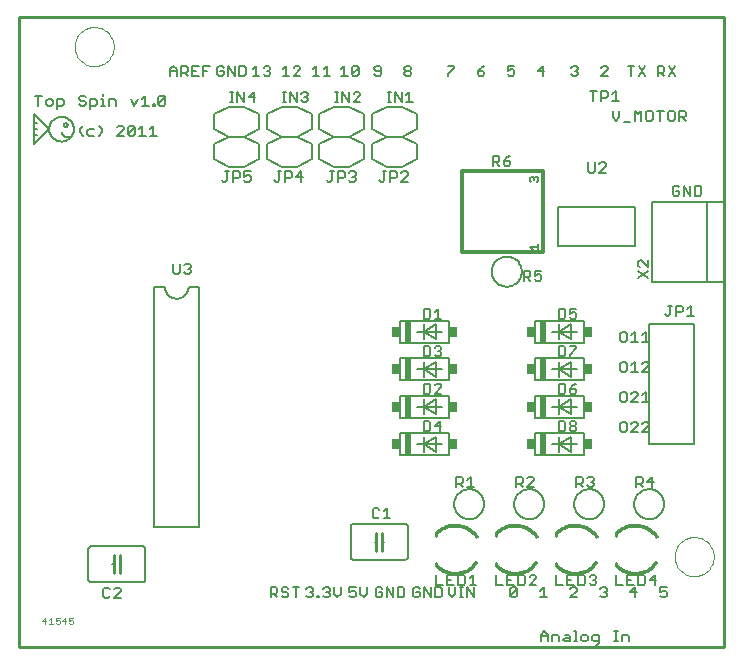
<source format=gto>
G75*
G70*
%OFA0B0*%
%FSLAX24Y24*%
%IPPOS*%
%LPD*%
%AMOC8*
5,1,8,0,0,1.08239X$1,22.5*
%
%ADD10C,0.0100*%
%ADD11C,0.0060*%
%ADD12C,0.0040*%
%ADD13R,0.0200X0.0736*%
%ADD14R,0.0250X0.0335*%
%ADD15C,0.0050*%
%ADD16C,0.0120*%
%ADD17C,0.0080*%
%ADD18C,0.0000*%
%ADD19C,0.0010*%
D10*
X006259Y000161D02*
X006259Y021157D01*
X029754Y021157D01*
X029754Y000161D01*
X006259Y000161D01*
X009409Y002611D02*
X009409Y002911D01*
X009409Y003211D01*
X009609Y003211D02*
X009609Y002911D01*
X009609Y002611D01*
X018159Y003361D02*
X018159Y003661D01*
X018159Y003961D01*
X018359Y003961D02*
X018359Y003661D01*
X018359Y003361D01*
X020139Y002945D02*
X020139Y002901D01*
X020139Y003866D02*
X020139Y003921D01*
X022139Y003921D02*
X022139Y003866D01*
X022139Y002945D02*
X022139Y002901D01*
X024139Y002901D02*
X024139Y002945D01*
X024139Y003866D02*
X024139Y003921D01*
X026139Y003921D02*
X026139Y003866D01*
X026139Y002945D02*
X026139Y002901D01*
D11*
X026164Y002557D02*
X026164Y002216D01*
X026391Y002216D01*
X026532Y002216D02*
X026759Y002216D01*
X026796Y002144D02*
X026626Y001974D01*
X026852Y001974D01*
X026796Y001804D02*
X026796Y002144D01*
X026901Y002216D02*
X027071Y002216D01*
X027127Y002273D01*
X027127Y002500D01*
X027071Y002557D01*
X026901Y002557D01*
X026901Y002216D01*
X026646Y002386D02*
X026532Y002386D01*
X026532Y002216D02*
X026532Y002557D01*
X026759Y002557D01*
X027269Y002386D02*
X027496Y002386D01*
X027439Y002216D02*
X027439Y002557D01*
X027269Y002386D01*
X027626Y002144D02*
X027626Y001974D01*
X027739Y002031D01*
X027796Y002031D01*
X027852Y001974D01*
X027852Y001860D01*
X027796Y001804D01*
X027682Y001804D01*
X027626Y001860D01*
X027626Y002144D02*
X027852Y002144D01*
X025852Y002087D02*
X025852Y002031D01*
X025796Y001974D01*
X025852Y001917D01*
X025852Y001860D01*
X025796Y001804D01*
X025682Y001804D01*
X025626Y001860D01*
X025739Y001974D02*
X025796Y001974D01*
X025852Y002087D02*
X025796Y002144D01*
X025682Y002144D01*
X025626Y002087D01*
X025496Y002273D02*
X025439Y002216D01*
X025326Y002216D01*
X025269Y002273D01*
X025127Y002273D02*
X025127Y002500D01*
X025071Y002557D01*
X024901Y002557D01*
X024901Y002216D01*
X025071Y002216D01*
X025127Y002273D01*
X025269Y002500D02*
X025326Y002557D01*
X025439Y002557D01*
X025496Y002500D01*
X025496Y002443D01*
X025439Y002386D01*
X025496Y002330D01*
X025496Y002273D01*
X025439Y002386D02*
X025382Y002386D01*
X024852Y002087D02*
X024796Y002144D01*
X024682Y002144D01*
X024626Y002087D01*
X024532Y002216D02*
X024759Y002216D01*
X024852Y002087D02*
X024852Y002031D01*
X024626Y001804D01*
X024852Y001804D01*
X024532Y002216D02*
X024532Y002557D01*
X024759Y002557D01*
X024646Y002386D02*
X024532Y002386D01*
X024391Y002216D02*
X024164Y002216D01*
X024164Y002557D01*
X023739Y002144D02*
X023626Y002031D01*
X023739Y002144D02*
X023739Y001804D01*
X023626Y001804D02*
X023852Y001804D01*
X023496Y002216D02*
X023269Y002216D01*
X023496Y002443D01*
X023496Y002500D01*
X023439Y002557D01*
X023326Y002557D01*
X023269Y002500D01*
X023127Y002500D02*
X023071Y002557D01*
X022901Y002557D01*
X022901Y002216D01*
X023071Y002216D01*
X023127Y002273D01*
X023127Y002500D01*
X022759Y002557D02*
X022532Y002557D01*
X022532Y002216D01*
X022759Y002216D01*
X022796Y002144D02*
X022682Y002144D01*
X022626Y002087D01*
X022626Y001860D01*
X022852Y002087D01*
X022852Y001860D01*
X022796Y001804D01*
X022682Y001804D01*
X022626Y001860D01*
X022852Y002087D02*
X022796Y002144D01*
X022646Y002386D02*
X022532Y002386D01*
X022391Y002216D02*
X022164Y002216D01*
X022164Y002557D01*
X021496Y002216D02*
X021269Y002216D01*
X021188Y002144D02*
X021415Y001804D01*
X021415Y002144D01*
X021382Y002216D02*
X021382Y002557D01*
X021269Y002443D01*
X021127Y002500D02*
X021127Y002273D01*
X021071Y002216D01*
X020901Y002216D01*
X020901Y002557D01*
X021071Y002557D01*
X021127Y002500D01*
X020759Y002557D02*
X020532Y002557D01*
X020532Y002216D01*
X020759Y002216D01*
X020801Y002144D02*
X020801Y001917D01*
X020688Y001804D01*
X020574Y001917D01*
X020574Y002144D01*
X020391Y002216D02*
X020164Y002216D01*
X020164Y002557D01*
X020532Y002386D02*
X020646Y002386D01*
X020943Y002144D02*
X021056Y002144D01*
X020999Y002144D02*
X020999Y001804D01*
X020943Y001804D02*
X021056Y001804D01*
X021188Y001804D02*
X021188Y002144D01*
X020352Y002087D02*
X020352Y001860D01*
X020296Y001804D01*
X020126Y001804D01*
X020126Y002144D01*
X020296Y002144D01*
X020352Y002087D01*
X019984Y002144D02*
X019984Y001804D01*
X019757Y002144D01*
X019757Y001804D01*
X019616Y001860D02*
X019616Y001974D01*
X019502Y001974D01*
X019389Y002087D02*
X019389Y001860D01*
X019446Y001804D01*
X019559Y001804D01*
X019616Y001860D01*
X019616Y002087D02*
X019559Y002144D01*
X019446Y002144D01*
X019389Y002087D01*
X019102Y002087D02*
X019102Y001860D01*
X019046Y001804D01*
X018876Y001804D01*
X018876Y002144D01*
X019046Y002144D01*
X019102Y002087D01*
X018734Y002144D02*
X018734Y001804D01*
X018507Y002144D01*
X018507Y001804D01*
X018366Y001860D02*
X018366Y001974D01*
X018252Y001974D01*
X018139Y002087D02*
X018139Y001860D01*
X018196Y001804D01*
X018309Y001804D01*
X018366Y001860D01*
X018366Y002087D02*
X018309Y002144D01*
X018196Y002144D01*
X018139Y002087D01*
X017852Y002144D02*
X017852Y001917D01*
X017739Y001804D01*
X017626Y001917D01*
X017626Y002144D01*
X017484Y002144D02*
X017257Y002144D01*
X017257Y001974D01*
X017371Y002031D01*
X017427Y002031D01*
X017484Y001974D01*
X017484Y001860D01*
X017427Y001804D01*
X017314Y001804D01*
X017257Y001860D01*
X016977Y001917D02*
X016977Y002144D01*
X016751Y002144D02*
X016751Y001917D01*
X016864Y001804D01*
X016977Y001917D01*
X016609Y001917D02*
X016609Y001860D01*
X016552Y001804D01*
X016439Y001804D01*
X016382Y001860D01*
X016255Y001860D02*
X016255Y001804D01*
X016198Y001804D01*
X016198Y001860D01*
X016255Y001860D01*
X016057Y001860D02*
X016000Y001804D01*
X015886Y001804D01*
X015830Y001860D01*
X015943Y001974D02*
X016000Y001974D01*
X016057Y001917D01*
X016057Y001860D01*
X016000Y001974D02*
X016057Y002031D01*
X016057Y002087D01*
X016000Y002144D01*
X015886Y002144D01*
X015830Y002087D01*
X015602Y002144D02*
X015376Y002144D01*
X015489Y002144D02*
X015489Y001804D01*
X015234Y001860D02*
X015177Y001804D01*
X015064Y001804D01*
X015007Y001860D01*
X015064Y001974D02*
X015177Y001974D01*
X015234Y001917D01*
X015234Y001860D01*
X015064Y001974D02*
X015007Y002031D01*
X015007Y002087D01*
X015064Y002144D01*
X015177Y002144D01*
X015234Y002087D01*
X014866Y002087D02*
X014866Y001974D01*
X014809Y001917D01*
X014639Y001917D01*
X014639Y001804D02*
X014639Y002144D01*
X014809Y002144D01*
X014866Y002087D01*
X014752Y001917D02*
X014866Y001804D01*
X016382Y002087D02*
X016439Y002144D01*
X016552Y002144D01*
X016609Y002087D01*
X016609Y002031D01*
X016552Y001974D01*
X016609Y001917D01*
X016552Y001974D02*
X016496Y001974D01*
X017409Y003061D02*
X019109Y003061D01*
X019126Y003063D01*
X019143Y003067D01*
X019159Y003074D01*
X019173Y003084D01*
X019186Y003097D01*
X019196Y003111D01*
X019203Y003127D01*
X019207Y003144D01*
X019209Y003161D01*
X019209Y004161D01*
X019207Y004178D01*
X019203Y004195D01*
X019196Y004211D01*
X019186Y004225D01*
X019173Y004238D01*
X019159Y004248D01*
X019143Y004255D01*
X019126Y004259D01*
X019109Y004261D01*
X017409Y004261D01*
X017392Y004259D01*
X017375Y004255D01*
X017359Y004248D01*
X017345Y004238D01*
X017332Y004225D01*
X017322Y004211D01*
X017315Y004195D01*
X017311Y004178D01*
X017309Y004161D01*
X017309Y003161D01*
X017311Y003144D01*
X017315Y003127D01*
X017322Y003111D01*
X017332Y003097D01*
X017345Y003084D01*
X017359Y003074D01*
X017375Y003067D01*
X017392Y003063D01*
X017409Y003061D01*
X018109Y003661D02*
X018159Y003661D01*
X018359Y003661D02*
X018409Y003661D01*
X018407Y004441D02*
X018634Y004441D01*
X018521Y004441D02*
X018521Y004782D01*
X018407Y004668D01*
X018266Y004725D02*
X018209Y004782D01*
X018096Y004782D01*
X018039Y004725D01*
X018039Y004498D01*
X018096Y004441D01*
X018209Y004441D01*
X018266Y004498D01*
X020822Y005485D02*
X020822Y005825D01*
X020992Y005825D01*
X021049Y005769D01*
X021049Y005655D01*
X020992Y005598D01*
X020822Y005598D01*
X020936Y005598D02*
X021049Y005485D01*
X021191Y005485D02*
X021417Y005485D01*
X021304Y005485D02*
X021304Y005825D01*
X021191Y005712D01*
X020759Y004911D02*
X020761Y004955D01*
X020767Y004999D01*
X020777Y005042D01*
X020790Y005084D01*
X020807Y005125D01*
X020828Y005164D01*
X020852Y005201D01*
X020879Y005236D01*
X020909Y005268D01*
X020942Y005298D01*
X020978Y005324D01*
X021015Y005348D01*
X021055Y005367D01*
X021096Y005384D01*
X021139Y005396D01*
X021182Y005405D01*
X021226Y005410D01*
X021270Y005411D01*
X021314Y005408D01*
X021358Y005401D01*
X021401Y005390D01*
X021443Y005376D01*
X021483Y005358D01*
X021522Y005336D01*
X021558Y005312D01*
X021592Y005284D01*
X021624Y005253D01*
X021653Y005219D01*
X021679Y005183D01*
X021701Y005145D01*
X021720Y005105D01*
X021735Y005063D01*
X021747Y005021D01*
X021755Y004977D01*
X021759Y004933D01*
X021759Y004889D01*
X021755Y004845D01*
X021747Y004801D01*
X021735Y004759D01*
X021720Y004717D01*
X021701Y004677D01*
X021679Y004639D01*
X021653Y004603D01*
X021624Y004569D01*
X021592Y004538D01*
X021558Y004510D01*
X021522Y004486D01*
X021483Y004464D01*
X021443Y004446D01*
X021401Y004432D01*
X021358Y004421D01*
X021314Y004414D01*
X021270Y004411D01*
X021226Y004412D01*
X021182Y004417D01*
X021139Y004426D01*
X021096Y004438D01*
X021055Y004455D01*
X021015Y004474D01*
X020978Y004498D01*
X020942Y004524D01*
X020909Y004554D01*
X020879Y004586D01*
X020852Y004621D01*
X020828Y004658D01*
X020807Y004697D01*
X020790Y004738D01*
X020777Y004780D01*
X020767Y004823D01*
X020761Y004867D01*
X020759Y004911D01*
X022822Y005485D02*
X022822Y005825D01*
X022992Y005825D01*
X023049Y005769D01*
X023049Y005655D01*
X022992Y005598D01*
X022822Y005598D01*
X022936Y005598D02*
X023049Y005485D01*
X023191Y005485D02*
X023417Y005712D01*
X023417Y005769D01*
X023361Y005825D01*
X023247Y005825D01*
X023191Y005769D01*
X023191Y005485D02*
X023417Y005485D01*
X022759Y004911D02*
X022761Y004955D01*
X022767Y004999D01*
X022777Y005042D01*
X022790Y005084D01*
X022807Y005125D01*
X022828Y005164D01*
X022852Y005201D01*
X022879Y005236D01*
X022909Y005268D01*
X022942Y005298D01*
X022978Y005324D01*
X023015Y005348D01*
X023055Y005367D01*
X023096Y005384D01*
X023139Y005396D01*
X023182Y005405D01*
X023226Y005410D01*
X023270Y005411D01*
X023314Y005408D01*
X023358Y005401D01*
X023401Y005390D01*
X023443Y005376D01*
X023483Y005358D01*
X023522Y005336D01*
X023558Y005312D01*
X023592Y005284D01*
X023624Y005253D01*
X023653Y005219D01*
X023679Y005183D01*
X023701Y005145D01*
X023720Y005105D01*
X023735Y005063D01*
X023747Y005021D01*
X023755Y004977D01*
X023759Y004933D01*
X023759Y004889D01*
X023755Y004845D01*
X023747Y004801D01*
X023735Y004759D01*
X023720Y004717D01*
X023701Y004677D01*
X023679Y004639D01*
X023653Y004603D01*
X023624Y004569D01*
X023592Y004538D01*
X023558Y004510D01*
X023522Y004486D01*
X023483Y004464D01*
X023443Y004446D01*
X023401Y004432D01*
X023358Y004421D01*
X023314Y004414D01*
X023270Y004411D01*
X023226Y004412D01*
X023182Y004417D01*
X023139Y004426D01*
X023096Y004438D01*
X023055Y004455D01*
X023015Y004474D01*
X022978Y004498D01*
X022942Y004524D01*
X022909Y004554D01*
X022879Y004586D01*
X022852Y004621D01*
X022828Y004658D01*
X022807Y004697D01*
X022790Y004738D01*
X022777Y004780D01*
X022767Y004823D01*
X022761Y004867D01*
X022759Y004911D01*
X024822Y005485D02*
X024822Y005825D01*
X024992Y005825D01*
X025049Y005769D01*
X025049Y005655D01*
X024992Y005598D01*
X024822Y005598D01*
X024936Y005598D02*
X025049Y005485D01*
X025191Y005542D02*
X025247Y005485D01*
X025361Y005485D01*
X025417Y005542D01*
X025417Y005598D01*
X025361Y005655D01*
X025304Y005655D01*
X025361Y005655D02*
X025417Y005712D01*
X025417Y005769D01*
X025361Y005825D01*
X025247Y005825D01*
X025191Y005769D01*
X025079Y006549D02*
X025079Y007273D01*
X023439Y007273D01*
X023439Y006549D01*
X025079Y006549D01*
X024859Y006911D02*
X024259Y006911D01*
X024259Y006661D01*
X024259Y006911D02*
X024009Y006911D01*
X024259Y006911D02*
X024259Y007161D01*
X024239Y007341D02*
X024409Y007341D01*
X024466Y007398D01*
X024466Y007625D01*
X024409Y007682D01*
X024239Y007682D01*
X024239Y007341D01*
X024607Y007398D02*
X024607Y007455D01*
X024664Y007511D01*
X024777Y007511D01*
X024834Y007455D01*
X024834Y007398D01*
X024777Y007341D01*
X024664Y007341D01*
X024607Y007398D01*
X024664Y007511D02*
X024607Y007568D01*
X024607Y007625D01*
X024664Y007682D01*
X024777Y007682D01*
X024834Y007625D01*
X024834Y007568D01*
X024777Y007511D01*
X024659Y007161D02*
X024259Y006911D01*
X024659Y006661D01*
X024659Y007161D01*
X025079Y007799D02*
X025079Y008523D01*
X023439Y008523D01*
X023439Y007799D01*
X025079Y007799D01*
X024859Y008161D02*
X024259Y008161D01*
X024259Y007911D01*
X024259Y008161D02*
X024009Y008161D01*
X024259Y008161D02*
X024259Y008411D01*
X024239Y008591D02*
X024409Y008591D01*
X024466Y008648D01*
X024466Y008875D01*
X024409Y008932D01*
X024239Y008932D01*
X024239Y008591D01*
X024607Y008648D02*
X024607Y008761D01*
X024777Y008761D01*
X024834Y008705D01*
X024834Y008648D01*
X024777Y008591D01*
X024664Y008591D01*
X024607Y008648D01*
X024607Y008761D02*
X024721Y008875D01*
X024834Y008932D01*
X025079Y009049D02*
X025079Y009773D01*
X023439Y009773D01*
X023439Y009049D01*
X025079Y009049D01*
X024859Y009411D02*
X024259Y009411D01*
X024259Y009161D01*
X024259Y009411D02*
X024009Y009411D01*
X024259Y009411D02*
X024259Y009661D01*
X024239Y009841D02*
X024409Y009841D01*
X024466Y009898D01*
X024466Y010125D01*
X024409Y010182D01*
X024239Y010182D01*
X024239Y009841D01*
X024607Y009841D02*
X024607Y009898D01*
X024834Y010125D01*
X024834Y010182D01*
X024607Y010182D01*
X024659Y010411D02*
X024259Y010661D01*
X024259Y010411D01*
X024259Y010661D02*
X024009Y010661D01*
X024259Y010661D02*
X024259Y010911D01*
X024239Y011091D02*
X024409Y011091D01*
X024466Y011148D01*
X024466Y011375D01*
X024409Y011432D01*
X024239Y011432D01*
X024239Y011091D01*
X024607Y011148D02*
X024664Y011091D01*
X024777Y011091D01*
X024834Y011148D01*
X024834Y011261D01*
X024777Y011318D01*
X024721Y011318D01*
X024607Y011261D01*
X024607Y011432D01*
X024834Y011432D01*
X025079Y011023D02*
X023439Y011023D01*
X023439Y010299D01*
X025079Y010299D01*
X025079Y011023D01*
X024859Y010661D02*
X024259Y010661D01*
X024659Y010911D01*
X024659Y010411D01*
X024659Y009661D02*
X024259Y009411D01*
X024659Y009161D01*
X024659Y009661D01*
X026289Y009600D02*
X026289Y009373D01*
X026346Y009316D01*
X026459Y009316D01*
X026516Y009373D01*
X026516Y009600D01*
X026459Y009657D01*
X026346Y009657D01*
X026289Y009600D01*
X026657Y009543D02*
X026771Y009657D01*
X026771Y009316D01*
X026884Y009316D02*
X026657Y009316D01*
X027026Y009316D02*
X027252Y009543D01*
X027252Y009600D01*
X027196Y009657D01*
X027082Y009657D01*
X027026Y009600D01*
X027026Y009316D02*
X027252Y009316D01*
X027139Y008657D02*
X027139Y008316D01*
X027026Y008316D02*
X027252Y008316D01*
X027026Y008543D02*
X027139Y008657D01*
X026884Y008600D02*
X026827Y008657D01*
X026714Y008657D01*
X026657Y008600D01*
X026516Y008600D02*
X026459Y008657D01*
X026346Y008657D01*
X026289Y008600D01*
X026289Y008373D01*
X026346Y008316D01*
X026459Y008316D01*
X026516Y008373D01*
X026516Y008600D01*
X026657Y008316D02*
X026884Y008543D01*
X026884Y008600D01*
X026884Y008316D02*
X026657Y008316D01*
X026714Y007657D02*
X026657Y007600D01*
X026714Y007657D02*
X026827Y007657D01*
X026884Y007600D01*
X026884Y007543D01*
X026657Y007316D01*
X026884Y007316D01*
X027026Y007316D02*
X027252Y007543D01*
X027252Y007600D01*
X027196Y007657D01*
X027082Y007657D01*
X027026Y007600D01*
X027026Y007316D02*
X027252Y007316D01*
X026516Y007373D02*
X026516Y007600D01*
X026459Y007657D01*
X026346Y007657D01*
X026289Y007600D01*
X026289Y007373D01*
X026346Y007316D01*
X026459Y007316D01*
X026516Y007373D01*
X024659Y007911D02*
X024259Y008161D01*
X024659Y008411D01*
X024659Y007911D01*
X026822Y005825D02*
X026992Y005825D01*
X027049Y005769D01*
X027049Y005655D01*
X026992Y005598D01*
X026822Y005598D01*
X026822Y005485D02*
X026822Y005825D01*
X026936Y005598D02*
X027049Y005485D01*
X027191Y005655D02*
X027417Y005655D01*
X027361Y005485D02*
X027361Y005825D01*
X027191Y005655D01*
X026759Y004911D02*
X026761Y004955D01*
X026767Y004999D01*
X026777Y005042D01*
X026790Y005084D01*
X026807Y005125D01*
X026828Y005164D01*
X026852Y005201D01*
X026879Y005236D01*
X026909Y005268D01*
X026942Y005298D01*
X026978Y005324D01*
X027015Y005348D01*
X027055Y005367D01*
X027096Y005384D01*
X027139Y005396D01*
X027182Y005405D01*
X027226Y005410D01*
X027270Y005411D01*
X027314Y005408D01*
X027358Y005401D01*
X027401Y005390D01*
X027443Y005376D01*
X027483Y005358D01*
X027522Y005336D01*
X027558Y005312D01*
X027592Y005284D01*
X027624Y005253D01*
X027653Y005219D01*
X027679Y005183D01*
X027701Y005145D01*
X027720Y005105D01*
X027735Y005063D01*
X027747Y005021D01*
X027755Y004977D01*
X027759Y004933D01*
X027759Y004889D01*
X027755Y004845D01*
X027747Y004801D01*
X027735Y004759D01*
X027720Y004717D01*
X027701Y004677D01*
X027679Y004639D01*
X027653Y004603D01*
X027624Y004569D01*
X027592Y004538D01*
X027558Y004510D01*
X027522Y004486D01*
X027483Y004464D01*
X027443Y004446D01*
X027401Y004432D01*
X027358Y004421D01*
X027314Y004414D01*
X027270Y004411D01*
X027226Y004412D01*
X027182Y004417D01*
X027139Y004426D01*
X027096Y004438D01*
X027055Y004455D01*
X027015Y004474D01*
X026978Y004498D01*
X026942Y004524D01*
X026909Y004554D01*
X026879Y004586D01*
X026852Y004621D01*
X026828Y004658D01*
X026807Y004697D01*
X026790Y004738D01*
X026777Y004780D01*
X026767Y004823D01*
X026761Y004867D01*
X026759Y004911D01*
X024759Y004911D02*
X024761Y004955D01*
X024767Y004999D01*
X024777Y005042D01*
X024790Y005084D01*
X024807Y005125D01*
X024828Y005164D01*
X024852Y005201D01*
X024879Y005236D01*
X024909Y005268D01*
X024942Y005298D01*
X024978Y005324D01*
X025015Y005348D01*
X025055Y005367D01*
X025096Y005384D01*
X025139Y005396D01*
X025182Y005405D01*
X025226Y005410D01*
X025270Y005411D01*
X025314Y005408D01*
X025358Y005401D01*
X025401Y005390D01*
X025443Y005376D01*
X025483Y005358D01*
X025522Y005336D01*
X025558Y005312D01*
X025592Y005284D01*
X025624Y005253D01*
X025653Y005219D01*
X025679Y005183D01*
X025701Y005145D01*
X025720Y005105D01*
X025735Y005063D01*
X025747Y005021D01*
X025755Y004977D01*
X025759Y004933D01*
X025759Y004889D01*
X025755Y004845D01*
X025747Y004801D01*
X025735Y004759D01*
X025720Y004717D01*
X025701Y004677D01*
X025679Y004639D01*
X025653Y004603D01*
X025624Y004569D01*
X025592Y004538D01*
X025558Y004510D01*
X025522Y004486D01*
X025483Y004464D01*
X025443Y004446D01*
X025401Y004432D01*
X025358Y004421D01*
X025314Y004414D01*
X025270Y004411D01*
X025226Y004412D01*
X025182Y004417D01*
X025139Y004426D01*
X025096Y004438D01*
X025055Y004455D01*
X025015Y004474D01*
X024978Y004498D01*
X024942Y004524D01*
X024909Y004554D01*
X024879Y004586D01*
X024852Y004621D01*
X024828Y004658D01*
X024807Y004697D01*
X024790Y004738D01*
X024777Y004780D01*
X024767Y004823D01*
X024761Y004867D01*
X024759Y004911D01*
X020579Y006549D02*
X020579Y007273D01*
X018939Y007273D01*
X018939Y006549D01*
X020579Y006549D01*
X020359Y006911D02*
X019759Y006911D01*
X019759Y006661D01*
X019759Y006911D02*
X019759Y007161D01*
X019739Y007341D02*
X019909Y007341D01*
X019966Y007398D01*
X019966Y007625D01*
X019909Y007682D01*
X019739Y007682D01*
X019739Y007341D01*
X020107Y007511D02*
X020334Y007511D01*
X020277Y007341D02*
X020277Y007682D01*
X020107Y007511D01*
X020159Y007161D02*
X019759Y006911D01*
X020159Y006661D01*
X020159Y007161D01*
X019759Y006911D02*
X019509Y006911D01*
X018939Y007799D02*
X018939Y008523D01*
X020579Y008523D01*
X020579Y007799D01*
X018939Y007799D01*
X019509Y008161D02*
X019759Y008161D01*
X019759Y007911D01*
X019759Y008161D02*
X019759Y008411D01*
X019739Y008591D02*
X019909Y008591D01*
X019966Y008648D01*
X019966Y008875D01*
X019909Y008932D01*
X019739Y008932D01*
X019739Y008591D01*
X020107Y008591D02*
X020334Y008818D01*
X020334Y008875D01*
X020277Y008932D01*
X020164Y008932D01*
X020107Y008875D01*
X020107Y008591D02*
X020334Y008591D01*
X020159Y008411D02*
X019759Y008161D01*
X020359Y008161D01*
X020159Y007911D02*
X019759Y008161D01*
X020159Y008411D02*
X020159Y007911D01*
X020579Y009049D02*
X018939Y009049D01*
X018939Y009773D01*
X020579Y009773D01*
X020579Y009049D01*
X020159Y009161D02*
X019759Y009411D01*
X019759Y009161D01*
X019759Y009411D02*
X019759Y009661D01*
X019739Y009841D02*
X019909Y009841D01*
X019966Y009898D01*
X019966Y010125D01*
X019909Y010182D01*
X019739Y010182D01*
X019739Y009841D01*
X020107Y009898D02*
X020164Y009841D01*
X020277Y009841D01*
X020334Y009898D01*
X020334Y009955D01*
X020277Y010011D01*
X020221Y010011D01*
X020277Y010011D02*
X020334Y010068D01*
X020334Y010125D01*
X020277Y010182D01*
X020164Y010182D01*
X020107Y010125D01*
X020159Y010411D02*
X019759Y010661D01*
X019759Y010411D01*
X019759Y010661D02*
X019759Y010911D01*
X019739Y011091D02*
X019909Y011091D01*
X019966Y011148D01*
X019966Y011375D01*
X019909Y011432D01*
X019739Y011432D01*
X019739Y011091D01*
X020107Y011091D02*
X020334Y011091D01*
X020221Y011091D02*
X020221Y011432D01*
X020107Y011318D01*
X020159Y010911D02*
X019759Y010661D01*
X020359Y010661D01*
X020159Y010911D02*
X020159Y010411D01*
X020579Y010299D02*
X020579Y011023D01*
X018939Y011023D01*
X018939Y010299D01*
X020579Y010299D01*
X020159Y009661D02*
X019759Y009411D01*
X020359Y009411D01*
X020159Y009661D02*
X020159Y009161D01*
X019759Y009411D02*
X019509Y009411D01*
X019509Y010661D02*
X019759Y010661D01*
X022009Y012661D02*
X022011Y012705D01*
X022017Y012749D01*
X022027Y012792D01*
X022040Y012834D01*
X022057Y012875D01*
X022078Y012914D01*
X022102Y012951D01*
X022129Y012986D01*
X022159Y013018D01*
X022192Y013048D01*
X022228Y013074D01*
X022265Y013098D01*
X022305Y013117D01*
X022346Y013134D01*
X022389Y013146D01*
X022432Y013155D01*
X022476Y013160D01*
X022520Y013161D01*
X022564Y013158D01*
X022608Y013151D01*
X022651Y013140D01*
X022693Y013126D01*
X022733Y013108D01*
X022772Y013086D01*
X022808Y013062D01*
X022842Y013034D01*
X022874Y013003D01*
X022903Y012969D01*
X022929Y012933D01*
X022951Y012895D01*
X022970Y012855D01*
X022985Y012813D01*
X022997Y012771D01*
X023005Y012727D01*
X023009Y012683D01*
X023009Y012639D01*
X023005Y012595D01*
X022997Y012551D01*
X022985Y012509D01*
X022970Y012467D01*
X022951Y012427D01*
X022929Y012389D01*
X022903Y012353D01*
X022874Y012319D01*
X022842Y012288D01*
X022808Y012260D01*
X022772Y012236D01*
X022733Y012214D01*
X022693Y012196D01*
X022651Y012182D01*
X022608Y012171D01*
X022564Y012164D01*
X022520Y012161D01*
X022476Y012162D01*
X022432Y012167D01*
X022389Y012176D01*
X022346Y012188D01*
X022305Y012205D01*
X022265Y012224D01*
X022228Y012248D01*
X022192Y012274D01*
X022159Y012304D01*
X022129Y012336D01*
X022102Y012371D01*
X022078Y012408D01*
X022057Y012447D01*
X022040Y012488D01*
X022027Y012530D01*
X022017Y012573D01*
X022011Y012617D01*
X022009Y012661D01*
X023072Y012700D02*
X023072Y012360D01*
X023072Y012473D02*
X023242Y012473D01*
X023299Y012530D01*
X023299Y012644D01*
X023242Y012700D01*
X023072Y012700D01*
X023186Y012473D02*
X023299Y012360D01*
X023441Y012417D02*
X023497Y012360D01*
X023611Y012360D01*
X023667Y012417D01*
X023667Y012530D01*
X023611Y012587D01*
X023554Y012587D01*
X023441Y012530D01*
X023441Y012700D01*
X023667Y012700D01*
X026289Y010600D02*
X026346Y010657D01*
X026459Y010657D01*
X026516Y010600D01*
X026516Y010373D01*
X026459Y010316D01*
X026346Y010316D01*
X026289Y010373D01*
X026289Y010600D01*
X026657Y010543D02*
X026771Y010657D01*
X026771Y010316D01*
X026884Y010316D02*
X026657Y010316D01*
X027026Y010316D02*
X027252Y010316D01*
X027139Y010316D02*
X027139Y010657D01*
X027026Y010543D01*
X027789Y011248D02*
X027846Y011191D01*
X027902Y011191D01*
X027959Y011248D01*
X027959Y011532D01*
X027902Y011532D02*
X028016Y011532D01*
X028157Y011532D02*
X028327Y011532D01*
X028384Y011475D01*
X028384Y011361D01*
X028327Y011305D01*
X028157Y011305D01*
X028157Y011191D02*
X028157Y011532D01*
X028526Y011418D02*
X028639Y011532D01*
X028639Y011191D01*
X028526Y011191D02*
X028752Y011191D01*
X027229Y012441D02*
X026889Y012668D01*
X026945Y012810D02*
X026889Y012866D01*
X026889Y012980D01*
X026945Y013036D01*
X027002Y013036D01*
X027229Y012810D01*
X027229Y013036D01*
X027229Y012668D02*
X026889Y012441D01*
X028096Y015191D02*
X028209Y015191D01*
X028266Y015248D01*
X028266Y015361D01*
X028152Y015361D01*
X028039Y015248D02*
X028096Y015191D01*
X028039Y015248D02*
X028039Y015475D01*
X028096Y015532D01*
X028209Y015532D01*
X028266Y015475D01*
X028407Y015532D02*
X028407Y015191D01*
X028634Y015191D02*
X028407Y015532D01*
X028634Y015532D02*
X028634Y015191D01*
X028776Y015191D02*
X028946Y015191D01*
X029002Y015248D01*
X029002Y015475D01*
X028946Y015532D01*
X028776Y015532D01*
X028776Y015191D01*
X025809Y015966D02*
X025582Y015966D01*
X025809Y016193D01*
X025809Y016250D01*
X025752Y016307D01*
X025639Y016307D01*
X025582Y016250D01*
X025441Y016307D02*
X025441Y016023D01*
X025384Y015966D01*
X025271Y015966D01*
X025214Y016023D01*
X025214Y016307D01*
X026152Y017691D02*
X026266Y017805D01*
X026266Y018032D01*
X026039Y018032D02*
X026039Y017805D01*
X026152Y017691D01*
X026407Y017635D02*
X026634Y017635D01*
X026776Y017691D02*
X026776Y018032D01*
X026889Y017918D01*
X027002Y018032D01*
X027002Y017691D01*
X027144Y017748D02*
X027201Y017691D01*
X027314Y017691D01*
X027371Y017748D01*
X027371Y017975D01*
X027314Y018032D01*
X027201Y018032D01*
X027144Y017975D01*
X027144Y017748D01*
X027626Y017691D02*
X027626Y018032D01*
X027739Y018032D02*
X027512Y018032D01*
X027880Y017975D02*
X027880Y017748D01*
X027937Y017691D01*
X028051Y017691D01*
X028107Y017748D01*
X028107Y017975D01*
X028051Y018032D01*
X027937Y018032D01*
X027880Y017975D01*
X028249Y018032D02*
X028249Y017691D01*
X028249Y017805D02*
X028419Y017805D01*
X028476Y017861D01*
X028476Y017975D01*
X028419Y018032D01*
X028249Y018032D01*
X028362Y017805D02*
X028476Y017691D01*
X028134Y019179D02*
X027907Y019519D01*
X027766Y019462D02*
X027709Y019519D01*
X027539Y019519D01*
X027539Y019179D01*
X027539Y019292D02*
X027709Y019292D01*
X027766Y019349D01*
X027766Y019462D01*
X027652Y019292D02*
X027766Y019179D01*
X027907Y019179D02*
X028134Y019519D01*
X027134Y019519D02*
X026907Y019179D01*
X027134Y019179D02*
X026907Y019519D01*
X026766Y019519D02*
X026539Y019519D01*
X026652Y019519D02*
X026652Y019179D01*
X026139Y018682D02*
X026139Y018341D01*
X026026Y018341D02*
X026252Y018341D01*
X026026Y018568D02*
X026139Y018682D01*
X025884Y018625D02*
X025884Y018511D01*
X025827Y018455D01*
X025657Y018455D01*
X025657Y018341D02*
X025657Y018682D01*
X025827Y018682D01*
X025884Y018625D01*
X025516Y018682D02*
X025289Y018682D01*
X025402Y018682D02*
X025402Y018341D01*
X025664Y019179D02*
X025891Y019406D01*
X025891Y019462D01*
X025834Y019519D01*
X025721Y019519D01*
X025664Y019462D01*
X025664Y019179D02*
X025891Y019179D01*
X024891Y019235D02*
X024834Y019179D01*
X024721Y019179D01*
X024664Y019235D01*
X024777Y019349D02*
X024834Y019349D01*
X024891Y019292D01*
X024891Y019235D01*
X024834Y019349D02*
X024891Y019406D01*
X024891Y019462D01*
X024834Y019519D01*
X024721Y019519D01*
X024664Y019462D01*
X023766Y019349D02*
X023539Y019349D01*
X023709Y019519D01*
X023709Y019179D01*
X022766Y019235D02*
X022709Y019179D01*
X022596Y019179D01*
X022539Y019235D01*
X022539Y019349D02*
X022652Y019406D01*
X022709Y019406D01*
X022766Y019349D01*
X022766Y019235D01*
X022539Y019349D02*
X022539Y019519D01*
X022766Y019519D01*
X021766Y019519D02*
X021652Y019462D01*
X021539Y019349D01*
X021709Y019349D01*
X021766Y019292D01*
X021766Y019235D01*
X021709Y019179D01*
X021596Y019179D01*
X021539Y019235D01*
X021539Y019349D01*
X020766Y019462D02*
X020539Y019235D01*
X020539Y019179D01*
X020766Y019462D02*
X020766Y019519D01*
X020539Y019519D01*
X019328Y019462D02*
X019328Y019406D01*
X019272Y019349D01*
X019158Y019349D01*
X019101Y019406D01*
X019101Y019462D01*
X019158Y019519D01*
X019272Y019519D01*
X019328Y019462D01*
X019272Y019349D02*
X019328Y019292D01*
X019328Y019235D01*
X019272Y019179D01*
X019158Y019179D01*
X019101Y019235D01*
X019101Y019292D01*
X019158Y019349D01*
X018328Y019349D02*
X018158Y019349D01*
X018101Y019406D01*
X018101Y019462D01*
X018158Y019519D01*
X018272Y019519D01*
X018328Y019462D01*
X018328Y019235D01*
X018272Y019179D01*
X018158Y019179D01*
X018101Y019235D01*
X017572Y019235D02*
X017572Y019462D01*
X017345Y019235D01*
X017401Y019179D01*
X017515Y019179D01*
X017572Y019235D01*
X017345Y019235D02*
X017345Y019462D01*
X017401Y019519D01*
X017515Y019519D01*
X017572Y019462D01*
X017203Y019179D02*
X016976Y019179D01*
X017090Y019179D02*
X017090Y019519D01*
X016976Y019406D01*
X016634Y019179D02*
X016407Y019179D01*
X016521Y019179D02*
X016521Y019519D01*
X016407Y019406D01*
X016266Y019179D02*
X016039Y019179D01*
X016152Y019179D02*
X016152Y019519D01*
X016039Y019406D01*
X015634Y019406D02*
X015634Y019462D01*
X015577Y019519D01*
X015464Y019519D01*
X015407Y019462D01*
X015634Y019406D02*
X015407Y019179D01*
X015634Y019179D01*
X015266Y019179D02*
X015039Y019179D01*
X015152Y019179D02*
X015152Y019519D01*
X015039Y019406D01*
X014634Y019406D02*
X014577Y019349D01*
X014634Y019292D01*
X014634Y019235D01*
X014577Y019179D01*
X014464Y019179D01*
X014407Y019235D01*
X014266Y019179D02*
X014039Y019179D01*
X014152Y019179D02*
X014152Y019519D01*
X014039Y019406D01*
X013815Y019462D02*
X013815Y019235D01*
X013758Y019179D01*
X013588Y019179D01*
X013588Y019519D01*
X013758Y019519D01*
X013815Y019462D01*
X013447Y019519D02*
X013447Y019179D01*
X013220Y019519D01*
X013220Y019179D01*
X013078Y019235D02*
X013078Y019349D01*
X012965Y019349D01*
X013078Y019462D02*
X013021Y019519D01*
X012908Y019519D01*
X012851Y019462D01*
X012851Y019235D01*
X012908Y019179D01*
X013021Y019179D01*
X013078Y019235D01*
X012621Y019519D02*
X012394Y019519D01*
X012394Y019179D01*
X012252Y019179D02*
X012026Y019179D01*
X012026Y019519D01*
X012252Y019519D01*
X012139Y019349D02*
X012026Y019349D01*
X011884Y019349D02*
X011827Y019292D01*
X011657Y019292D01*
X011657Y019179D02*
X011657Y019519D01*
X011827Y019519D01*
X011884Y019462D01*
X011884Y019349D01*
X011771Y019292D02*
X011884Y019179D01*
X011516Y019179D02*
X011516Y019406D01*
X011402Y019519D01*
X011289Y019406D01*
X011289Y019179D01*
X011289Y019349D02*
X011516Y019349D01*
X012394Y019349D02*
X012507Y019349D01*
X013289Y018657D02*
X013402Y018657D01*
X013346Y018657D02*
X013346Y018316D01*
X013402Y018316D02*
X013289Y018316D01*
X013259Y018161D02*
X012759Y017911D01*
X012759Y017411D01*
X013259Y017161D01*
X012759Y016911D01*
X012759Y016411D01*
X013259Y016161D01*
X013759Y016161D01*
X014259Y016411D01*
X014259Y016911D01*
X013759Y017161D01*
X013259Y017161D01*
X013759Y017161D02*
X014259Y017411D01*
X014259Y017911D01*
X013759Y018161D01*
X013259Y018161D01*
X013534Y018316D02*
X013534Y018657D01*
X013761Y018316D01*
X013761Y018657D01*
X013903Y018486D02*
X014130Y018486D01*
X014073Y018316D02*
X014073Y018657D01*
X013903Y018486D01*
X014509Y017911D02*
X014509Y017411D01*
X015009Y017161D01*
X014509Y016911D01*
X014509Y016411D01*
X015009Y016161D01*
X015509Y016161D01*
X016009Y016411D01*
X016009Y016911D01*
X015509Y017161D01*
X015009Y017161D01*
X015509Y017161D02*
X016009Y017411D01*
X016009Y017911D01*
X015509Y018161D01*
X015009Y018161D01*
X014509Y017911D01*
X015039Y018316D02*
X015152Y018316D01*
X015096Y018316D02*
X015096Y018657D01*
X015152Y018657D02*
X015039Y018657D01*
X015284Y018657D02*
X015511Y018316D01*
X015511Y018657D01*
X015653Y018600D02*
X015709Y018657D01*
X015823Y018657D01*
X015880Y018600D01*
X015880Y018543D01*
X015823Y018486D01*
X015880Y018430D01*
X015880Y018373D01*
X015823Y018316D01*
X015709Y018316D01*
X015653Y018373D01*
X015766Y018486D02*
X015823Y018486D01*
X015284Y018316D02*
X015284Y018657D01*
X014577Y019349D02*
X014521Y019349D01*
X014634Y019406D02*
X014634Y019462D01*
X014577Y019519D01*
X014464Y019519D01*
X014407Y019462D01*
X016259Y017911D02*
X016259Y017411D01*
X016759Y017161D01*
X016259Y016911D01*
X016259Y016411D01*
X016759Y016161D01*
X017259Y016161D01*
X017759Y016411D01*
X017759Y016911D01*
X017259Y017161D01*
X016759Y017161D01*
X017259Y017161D02*
X017759Y017411D01*
X017759Y017911D01*
X017259Y018161D01*
X016759Y018161D01*
X016259Y017911D01*
X016789Y018316D02*
X016902Y018316D01*
X016846Y018316D02*
X016846Y018657D01*
X016902Y018657D02*
X016789Y018657D01*
X017034Y018657D02*
X017261Y018316D01*
X017261Y018657D01*
X017403Y018600D02*
X017459Y018657D01*
X017573Y018657D01*
X017630Y018600D01*
X017630Y018543D01*
X017403Y018316D01*
X017630Y018316D01*
X018009Y017911D02*
X018009Y017411D01*
X018509Y017161D01*
X018009Y016911D01*
X018009Y016411D01*
X018509Y016161D01*
X019009Y016161D01*
X019509Y016411D01*
X019509Y016911D01*
X019009Y017161D01*
X018509Y017161D01*
X019009Y017161D02*
X019509Y017411D01*
X019509Y017911D01*
X019009Y018161D01*
X018509Y018161D01*
X018009Y017911D01*
X018539Y018316D02*
X018652Y018316D01*
X018596Y018316D02*
X018596Y018657D01*
X018652Y018657D02*
X018539Y018657D01*
X018784Y018657D02*
X019011Y018316D01*
X019011Y018657D01*
X019153Y018543D02*
X019266Y018657D01*
X019266Y018316D01*
X019153Y018316D02*
X019380Y018316D01*
X018784Y018316D02*
X018784Y018657D01*
X017034Y018657D02*
X017034Y018316D01*
X017047Y016002D02*
X016877Y016002D01*
X016877Y015661D01*
X016877Y015775D02*
X017047Y015775D01*
X017104Y015831D01*
X017104Y015945D01*
X017047Y016002D01*
X017246Y015945D02*
X017302Y016002D01*
X017416Y016002D01*
X017472Y015945D01*
X017472Y015888D01*
X017416Y015831D01*
X017472Y015775D01*
X017472Y015718D01*
X017416Y015661D01*
X017302Y015661D01*
X017246Y015718D01*
X017359Y015831D02*
X017416Y015831D01*
X016736Y016002D02*
X016622Y016002D01*
X016679Y016002D02*
X016679Y015718D01*
X016622Y015661D01*
X016566Y015661D01*
X016509Y015718D01*
X015722Y015831D02*
X015496Y015831D01*
X015666Y016002D01*
X015666Y015661D01*
X015354Y015831D02*
X015297Y015775D01*
X015127Y015775D01*
X015127Y015661D02*
X015127Y016002D01*
X015297Y016002D01*
X015354Y015945D01*
X015354Y015831D01*
X014986Y016002D02*
X014872Y016002D01*
X014929Y016002D02*
X014929Y015718D01*
X014872Y015661D01*
X014816Y015661D01*
X014759Y015718D01*
X013972Y015718D02*
X013916Y015661D01*
X013802Y015661D01*
X013746Y015718D01*
X013746Y015831D02*
X013859Y015888D01*
X013916Y015888D01*
X013972Y015831D01*
X013972Y015718D01*
X013746Y015831D02*
X013746Y016002D01*
X013972Y016002D01*
X013604Y015945D02*
X013604Y015831D01*
X013547Y015775D01*
X013377Y015775D01*
X013377Y015661D02*
X013377Y016002D01*
X013547Y016002D01*
X013604Y015945D01*
X013236Y016002D02*
X013122Y016002D01*
X013179Y016002D02*
X013179Y015718D01*
X013122Y015661D01*
X013066Y015661D01*
X013009Y015718D01*
X010848Y017191D02*
X010621Y017191D01*
X010735Y017191D02*
X010735Y017532D01*
X010621Y017418D01*
X010480Y017191D02*
X010253Y017191D01*
X010367Y017191D02*
X010367Y017532D01*
X010253Y017418D01*
X010112Y017475D02*
X009885Y017248D01*
X009942Y017191D01*
X010055Y017191D01*
X010112Y017248D01*
X010112Y017475D01*
X010055Y017532D01*
X009942Y017532D01*
X009885Y017475D01*
X009885Y017248D01*
X009743Y017191D02*
X009517Y017191D01*
X009743Y017418D01*
X009743Y017475D01*
X009687Y017532D01*
X009573Y017532D01*
X009517Y017475D01*
X009016Y017418D02*
X009016Y017305D01*
X008903Y017191D01*
X008761Y017191D02*
X008591Y017191D01*
X008534Y017248D01*
X008534Y017361D01*
X008591Y017418D01*
X008761Y017418D01*
X008903Y017532D02*
X009016Y017418D01*
X008402Y017532D02*
X008289Y017418D01*
X008289Y017305D01*
X008402Y017191D01*
X008630Y018078D02*
X008630Y018418D01*
X008801Y018418D01*
X008857Y018361D01*
X008857Y018248D01*
X008801Y018191D01*
X008630Y018191D01*
X008489Y018248D02*
X008432Y018191D01*
X008319Y018191D01*
X008262Y018248D01*
X008319Y018361D02*
X008432Y018361D01*
X008489Y018305D01*
X008489Y018248D01*
X008319Y018361D02*
X008262Y018418D01*
X008262Y018475D01*
X008319Y018532D01*
X008432Y018532D01*
X008489Y018475D01*
X008999Y018418D02*
X009055Y018418D01*
X009055Y018191D01*
X008999Y018191D02*
X009112Y018191D01*
X009244Y018191D02*
X009244Y018418D01*
X009414Y018418D01*
X009471Y018361D01*
X009471Y018191D01*
X009981Y018418D02*
X010094Y018191D01*
X010208Y018418D01*
X010349Y018418D02*
X010463Y018532D01*
X010463Y018191D01*
X010576Y018191D02*
X010349Y018191D01*
X010717Y018191D02*
X010717Y018248D01*
X010774Y018248D01*
X010774Y018191D01*
X010717Y018191D01*
X010902Y018248D02*
X011128Y018475D01*
X011128Y018248D01*
X011072Y018191D01*
X010958Y018191D01*
X010902Y018248D01*
X010902Y018475D01*
X010958Y018532D01*
X011072Y018532D01*
X011128Y018475D01*
X009055Y018532D02*
X009055Y018588D01*
X007752Y018361D02*
X007752Y018248D01*
X007696Y018191D01*
X007526Y018191D01*
X007526Y018078D02*
X007526Y018418D01*
X007696Y018418D01*
X007752Y018361D01*
X007384Y018361D02*
X007327Y018418D01*
X007214Y018418D01*
X007157Y018361D01*
X007157Y018248D01*
X007214Y018191D01*
X007327Y018191D01*
X007384Y018248D01*
X007384Y018361D01*
X007016Y018532D02*
X006789Y018532D01*
X006902Y018532D02*
X006902Y018191D01*
X011389Y012932D02*
X011389Y012648D01*
X011446Y012591D01*
X011559Y012591D01*
X011616Y012648D01*
X011616Y012932D01*
X011757Y012875D02*
X011814Y012932D01*
X011927Y012932D01*
X011984Y012875D01*
X011984Y012818D01*
X011927Y012761D01*
X011984Y012705D01*
X011984Y012648D01*
X011927Y012591D01*
X011814Y012591D01*
X011757Y012648D01*
X011871Y012761D02*
X011927Y012761D01*
X011909Y012161D02*
X012259Y012161D01*
X012259Y004161D01*
X010759Y004161D01*
X010759Y012161D01*
X011109Y012161D01*
X011111Y012122D01*
X011117Y012083D01*
X011126Y012045D01*
X011139Y012008D01*
X011156Y011972D01*
X011176Y011939D01*
X011200Y011907D01*
X011226Y011878D01*
X011255Y011852D01*
X011287Y011828D01*
X011320Y011808D01*
X011356Y011791D01*
X011393Y011778D01*
X011431Y011769D01*
X011470Y011763D01*
X011509Y011761D01*
X011548Y011763D01*
X011587Y011769D01*
X011625Y011778D01*
X011662Y011791D01*
X011698Y011808D01*
X011731Y011828D01*
X011763Y011852D01*
X011792Y011878D01*
X011818Y011907D01*
X011842Y011939D01*
X011862Y011972D01*
X011879Y012008D01*
X011892Y012045D01*
X011901Y012083D01*
X011907Y012122D01*
X011909Y012161D01*
X018259Y015718D02*
X018316Y015661D01*
X018372Y015661D01*
X018429Y015718D01*
X018429Y016002D01*
X018372Y016002D02*
X018486Y016002D01*
X018627Y016002D02*
X018627Y015661D01*
X018627Y015775D02*
X018797Y015775D01*
X018854Y015831D01*
X018854Y015945D01*
X018797Y016002D01*
X018627Y016002D01*
X018996Y015945D02*
X019052Y016002D01*
X019166Y016002D01*
X019222Y015945D01*
X019222Y015888D01*
X018996Y015661D01*
X019222Y015661D01*
X022039Y016191D02*
X022039Y016532D01*
X022209Y016532D01*
X022266Y016475D01*
X022266Y016361D01*
X022209Y016305D01*
X022039Y016305D01*
X022152Y016305D02*
X022266Y016191D01*
X022407Y016248D02*
X022464Y016191D01*
X022577Y016191D01*
X022634Y016248D01*
X022634Y016305D01*
X022577Y016361D01*
X022407Y016361D01*
X022407Y016248D01*
X022407Y016361D02*
X022521Y016475D01*
X022634Y016532D01*
X010359Y003511D02*
X008659Y003511D01*
X008642Y003509D01*
X008625Y003505D01*
X008609Y003498D01*
X008595Y003488D01*
X008582Y003475D01*
X008572Y003461D01*
X008565Y003445D01*
X008561Y003428D01*
X008559Y003411D01*
X008559Y002411D01*
X008561Y002394D01*
X008565Y002377D01*
X008572Y002361D01*
X008582Y002347D01*
X008595Y002334D01*
X008609Y002324D01*
X008625Y002317D01*
X008642Y002313D01*
X008659Y002311D01*
X010359Y002311D01*
X010376Y002313D01*
X010393Y002317D01*
X010409Y002324D01*
X010423Y002334D01*
X010436Y002347D01*
X010446Y002361D01*
X010453Y002377D01*
X010457Y002394D01*
X010459Y002411D01*
X010459Y003411D01*
X010457Y003428D01*
X010453Y003445D01*
X010446Y003461D01*
X010436Y003475D01*
X010423Y003488D01*
X010409Y003498D01*
X010393Y003505D01*
X010376Y003509D01*
X010359Y003511D01*
X009659Y002911D02*
X009609Y002911D01*
X009409Y002911D02*
X009359Y002911D01*
X009477Y002132D02*
X009421Y002075D01*
X009477Y002132D02*
X009591Y002132D01*
X009647Y002075D01*
X009647Y002018D01*
X009421Y001791D01*
X009647Y001791D01*
X009279Y001848D02*
X009222Y001791D01*
X009109Y001791D01*
X009052Y001848D01*
X009052Y002075D01*
X009109Y002132D01*
X009222Y002132D01*
X009279Y002075D01*
X023645Y000563D02*
X023645Y000336D01*
X023645Y000506D02*
X023871Y000506D01*
X023871Y000563D02*
X023871Y000336D01*
X024013Y000336D02*
X024013Y000563D01*
X024183Y000563D01*
X024240Y000506D01*
X024240Y000336D01*
X024381Y000393D02*
X024438Y000450D01*
X024608Y000450D01*
X024608Y000506D02*
X024608Y000336D01*
X024438Y000336D01*
X024381Y000393D01*
X024438Y000563D02*
X024551Y000563D01*
X024608Y000506D01*
X024750Y000336D02*
X024863Y000336D01*
X024806Y000336D02*
X024806Y000677D01*
X024750Y000677D01*
X024995Y000506D02*
X024995Y000393D01*
X025052Y000336D01*
X025165Y000336D01*
X025222Y000393D01*
X025222Y000506D01*
X025165Y000563D01*
X025052Y000563D01*
X024995Y000506D01*
X025363Y000506D02*
X025363Y000393D01*
X025420Y000336D01*
X025590Y000336D01*
X025590Y000280D02*
X025590Y000563D01*
X025420Y000563D01*
X025363Y000506D01*
X025477Y000223D02*
X025534Y000223D01*
X025590Y000280D01*
X026100Y000336D02*
X026213Y000336D01*
X026157Y000336D02*
X026157Y000677D01*
X026213Y000677D02*
X026100Y000677D01*
X026346Y000563D02*
X026516Y000563D01*
X026572Y000506D01*
X026572Y000336D01*
X026346Y000336D02*
X026346Y000563D01*
X023871Y000563D02*
X023758Y000677D01*
X023645Y000563D01*
D12*
X008046Y000965D02*
X008013Y000931D01*
X007946Y000931D01*
X007913Y000965D01*
X007913Y001031D02*
X007980Y001065D01*
X008013Y001065D01*
X008046Y001031D01*
X008046Y000965D01*
X007913Y001031D02*
X007913Y001131D01*
X008046Y001131D01*
X007825Y001031D02*
X007692Y001031D01*
X007792Y001131D01*
X007792Y000931D01*
X007604Y000965D02*
X007571Y000931D01*
X007504Y000931D01*
X007471Y000965D01*
X007471Y001031D02*
X007538Y001065D01*
X007571Y001065D01*
X007604Y001031D01*
X007604Y000965D01*
X007471Y001031D02*
X007471Y001131D01*
X007604Y001131D01*
X007317Y001131D02*
X007317Y000931D01*
X007383Y000931D02*
X007250Y000931D01*
X007129Y000931D02*
X007129Y001131D01*
X007029Y001031D01*
X007162Y001031D01*
X007250Y001065D02*
X007317Y001131D01*
D13*
X019209Y006905D03*
X019209Y008155D03*
X019209Y009405D03*
X019209Y010655D03*
X023709Y010655D03*
X023709Y009405D03*
X023709Y008155D03*
X023709Y006905D03*
D14*
X023314Y006911D03*
X023314Y008161D03*
X023314Y009411D03*
X023314Y010661D03*
X025204Y010661D03*
X025204Y009411D03*
X025204Y008161D03*
X025204Y006911D03*
X020704Y006911D03*
X020704Y008161D03*
X020704Y009411D03*
X020704Y010661D03*
X018814Y010661D03*
X018814Y009411D03*
X018814Y008161D03*
X018814Y006911D03*
D15*
X027259Y006911D02*
X027259Y010911D01*
X028759Y010911D01*
X028759Y006911D01*
X027259Y006911D01*
X023554Y013392D02*
X023554Y013572D01*
X023554Y013482D02*
X023284Y013482D01*
X023374Y013392D01*
X023329Y015642D02*
X023284Y015687D01*
X023284Y015777D01*
X023329Y015822D01*
X023374Y015822D01*
X023419Y015777D01*
X023464Y015822D01*
X023509Y015822D01*
X023554Y015777D01*
X023554Y015687D01*
X023509Y015642D01*
X023419Y015732D02*
X023419Y015777D01*
D16*
X023709Y016011D02*
X021009Y016011D01*
X021009Y013311D01*
X023709Y013311D01*
X023709Y016011D01*
D17*
X024219Y014811D02*
X026799Y014811D01*
X026799Y013511D01*
X024219Y013511D01*
X024219Y014811D01*
X027360Y015000D02*
X027360Y012323D01*
X029742Y012323D01*
X029742Y015000D01*
X027360Y015000D01*
X029194Y014960D02*
X029194Y012362D01*
X007999Y017181D02*
X007976Y017167D01*
X007952Y017156D01*
X007926Y017149D01*
X007900Y017145D01*
X007873Y017144D01*
X007847Y017147D01*
X007821Y017153D01*
X007796Y017162D01*
X007772Y017175D01*
X007750Y017190D01*
X007731Y017208D01*
X007713Y017229D01*
X007699Y017251D01*
X007688Y017275D01*
X007679Y017301D01*
X007257Y017411D02*
X007259Y017451D01*
X007265Y017491D01*
X007275Y017531D01*
X007288Y017569D01*
X007306Y017605D01*
X007326Y017640D01*
X007351Y017672D01*
X007378Y017702D01*
X007408Y017729D01*
X007440Y017754D01*
X007475Y017774D01*
X007511Y017792D01*
X007549Y017805D01*
X007589Y017815D01*
X007629Y017821D01*
X007669Y017823D01*
X007709Y017821D01*
X007749Y017815D01*
X007789Y017805D01*
X007827Y017792D01*
X007863Y017774D01*
X007898Y017754D01*
X007930Y017729D01*
X007960Y017702D01*
X007987Y017672D01*
X008012Y017640D01*
X008032Y017605D01*
X008050Y017569D01*
X008063Y017531D01*
X008073Y017491D01*
X008079Y017451D01*
X008081Y017411D01*
X008079Y017371D01*
X008073Y017331D01*
X008063Y017291D01*
X008050Y017253D01*
X008032Y017217D01*
X008012Y017182D01*
X007987Y017150D01*
X007960Y017120D01*
X007930Y017093D01*
X007898Y017068D01*
X007863Y017048D01*
X007827Y017030D01*
X007789Y017017D01*
X007749Y017007D01*
X007709Y017001D01*
X007669Y016999D01*
X007629Y017001D01*
X007589Y017007D01*
X007549Y017017D01*
X007511Y017030D01*
X007475Y017048D01*
X007440Y017068D01*
X007408Y017093D01*
X007378Y017120D01*
X007351Y017150D01*
X007326Y017182D01*
X007306Y017217D01*
X007288Y017253D01*
X007275Y017291D01*
X007265Y017331D01*
X007259Y017371D01*
X007257Y017411D01*
X007259Y017411D02*
X006759Y016911D01*
X006759Y017211D01*
X006859Y017211D01*
X006759Y017211D02*
X006759Y017411D01*
X006859Y017411D01*
X006759Y017411D02*
X006759Y017611D01*
X006849Y017611D01*
X006759Y017611D02*
X006759Y017911D01*
X007259Y017411D01*
X007745Y017551D02*
X007747Y017566D01*
X007752Y017581D01*
X007761Y017593D01*
X007773Y017604D01*
X007786Y017611D01*
X007801Y017615D01*
X007817Y017615D01*
X007832Y017611D01*
X007845Y017604D01*
X007857Y017593D01*
X007866Y017581D01*
X007871Y017566D01*
X007873Y017551D01*
X007871Y017536D01*
X007866Y017521D01*
X007857Y017509D01*
X007845Y017498D01*
X007832Y017491D01*
X007817Y017487D01*
X007801Y017487D01*
X007786Y017491D01*
X007773Y017498D01*
X007761Y017509D01*
X007752Y017521D01*
X007747Y017536D01*
X007745Y017551D01*
D18*
X008109Y020161D02*
X008111Y020211D01*
X008117Y020261D01*
X008127Y020311D01*
X008140Y020359D01*
X008157Y020407D01*
X008178Y020453D01*
X008202Y020497D01*
X008230Y020539D01*
X008261Y020579D01*
X008295Y020616D01*
X008332Y020651D01*
X008371Y020682D01*
X008412Y020711D01*
X008456Y020736D01*
X008502Y020758D01*
X008549Y020776D01*
X008597Y020790D01*
X008646Y020801D01*
X008696Y020808D01*
X008746Y020811D01*
X008797Y020810D01*
X008847Y020805D01*
X008897Y020796D01*
X008945Y020784D01*
X008993Y020767D01*
X009039Y020747D01*
X009084Y020724D01*
X009127Y020697D01*
X009167Y020667D01*
X009205Y020634D01*
X009240Y020598D01*
X009273Y020559D01*
X009302Y020518D01*
X009328Y020475D01*
X009351Y020430D01*
X009370Y020383D01*
X009385Y020335D01*
X009397Y020286D01*
X009405Y020236D01*
X009409Y020186D01*
X009409Y020136D01*
X009405Y020086D01*
X009397Y020036D01*
X009385Y019987D01*
X009370Y019939D01*
X009351Y019892D01*
X009328Y019847D01*
X009302Y019804D01*
X009273Y019763D01*
X009240Y019724D01*
X009205Y019688D01*
X009167Y019655D01*
X009127Y019625D01*
X009084Y019598D01*
X009039Y019575D01*
X008993Y019555D01*
X008945Y019538D01*
X008897Y019526D01*
X008847Y019517D01*
X008797Y019512D01*
X008746Y019511D01*
X008696Y019514D01*
X008646Y019521D01*
X008597Y019532D01*
X008549Y019546D01*
X008502Y019564D01*
X008456Y019586D01*
X008412Y019611D01*
X008371Y019640D01*
X008332Y019671D01*
X008295Y019706D01*
X008261Y019743D01*
X008230Y019783D01*
X008202Y019825D01*
X008178Y019869D01*
X008157Y019915D01*
X008140Y019963D01*
X008127Y020011D01*
X008117Y020061D01*
X008111Y020111D01*
X008109Y020161D01*
X028109Y003161D02*
X028111Y003211D01*
X028117Y003261D01*
X028127Y003311D01*
X028140Y003359D01*
X028157Y003407D01*
X028178Y003453D01*
X028202Y003497D01*
X028230Y003539D01*
X028261Y003579D01*
X028295Y003616D01*
X028332Y003651D01*
X028371Y003682D01*
X028412Y003711D01*
X028456Y003736D01*
X028502Y003758D01*
X028549Y003776D01*
X028597Y003790D01*
X028646Y003801D01*
X028696Y003808D01*
X028746Y003811D01*
X028797Y003810D01*
X028847Y003805D01*
X028897Y003796D01*
X028945Y003784D01*
X028993Y003767D01*
X029039Y003747D01*
X029084Y003724D01*
X029127Y003697D01*
X029167Y003667D01*
X029205Y003634D01*
X029240Y003598D01*
X029273Y003559D01*
X029302Y003518D01*
X029328Y003475D01*
X029351Y003430D01*
X029370Y003383D01*
X029385Y003335D01*
X029397Y003286D01*
X029405Y003236D01*
X029409Y003186D01*
X029409Y003136D01*
X029405Y003086D01*
X029397Y003036D01*
X029385Y002987D01*
X029370Y002939D01*
X029351Y002892D01*
X029328Y002847D01*
X029302Y002804D01*
X029273Y002763D01*
X029240Y002724D01*
X029205Y002688D01*
X029167Y002655D01*
X029127Y002625D01*
X029084Y002598D01*
X029039Y002575D01*
X028993Y002555D01*
X028945Y002538D01*
X028897Y002526D01*
X028847Y002517D01*
X028797Y002512D01*
X028746Y002511D01*
X028696Y002514D01*
X028646Y002521D01*
X028597Y002532D01*
X028549Y002546D01*
X028502Y002564D01*
X028456Y002586D01*
X028412Y002611D01*
X028371Y002640D01*
X028332Y002671D01*
X028295Y002706D01*
X028261Y002743D01*
X028230Y002783D01*
X028202Y002825D01*
X028178Y002869D01*
X028157Y002915D01*
X028140Y002963D01*
X028127Y003011D01*
X028117Y003061D01*
X028111Y003111D01*
X028109Y003161D01*
D19*
X027551Y003835D02*
X027474Y003788D01*
X027475Y003788D02*
X027443Y003834D01*
X027408Y003879D01*
X027371Y003920D01*
X027331Y003959D01*
X027288Y003995D01*
X027242Y004028D01*
X027195Y004058D01*
X027145Y004084D01*
X027094Y004107D01*
X027041Y004126D01*
X026988Y004142D01*
X026933Y004153D01*
X026877Y004161D01*
X026821Y004165D01*
X026765Y004166D01*
X026763Y004255D01*
X026762Y004256D01*
X026821Y004255D01*
X026879Y004252D01*
X026937Y004244D01*
X026994Y004233D01*
X027051Y004217D01*
X027106Y004199D01*
X027160Y004176D01*
X027212Y004151D01*
X027263Y004121D01*
X027312Y004089D01*
X027358Y004054D01*
X027402Y004015D01*
X027444Y003974D01*
X027483Y003930D01*
X027518Y003884D01*
X027551Y003836D01*
X027543Y003831D01*
X027511Y003879D01*
X027476Y003925D01*
X027437Y003968D01*
X027396Y004009D01*
X027353Y004047D01*
X027307Y004082D01*
X027258Y004114D01*
X027208Y004143D01*
X027156Y004168D01*
X027103Y004190D01*
X027048Y004209D01*
X026992Y004224D01*
X026935Y004235D01*
X026878Y004243D01*
X026820Y004246D01*
X026762Y004247D01*
X026763Y004238D01*
X026820Y004237D01*
X026877Y004234D01*
X026934Y004226D01*
X026990Y004215D01*
X027045Y004200D01*
X027100Y004182D01*
X027153Y004160D01*
X027204Y004135D01*
X027254Y004106D01*
X027301Y004074D01*
X027347Y004040D01*
X027390Y004002D01*
X027431Y003962D01*
X027469Y003919D01*
X027504Y003874D01*
X027536Y003826D01*
X027528Y003821D01*
X027496Y003868D01*
X027462Y003913D01*
X027424Y003956D01*
X027384Y003995D01*
X027341Y004033D01*
X027296Y004067D01*
X027249Y004098D01*
X027200Y004127D01*
X027149Y004152D01*
X027096Y004173D01*
X027043Y004192D01*
X026988Y004206D01*
X026932Y004217D01*
X026876Y004225D01*
X026820Y004228D01*
X026763Y004229D01*
X026763Y004220D01*
X026819Y004219D01*
X026875Y004216D01*
X026931Y004208D01*
X026986Y004197D01*
X027040Y004183D01*
X027093Y004165D01*
X027145Y004144D01*
X027196Y004119D01*
X027244Y004091D01*
X027291Y004060D01*
X027335Y004026D01*
X027378Y003989D01*
X027418Y003949D01*
X027455Y003907D01*
X027489Y003863D01*
X027520Y003817D01*
X027513Y003812D01*
X027482Y003858D01*
X027448Y003902D01*
X027411Y003943D01*
X027372Y003982D01*
X027330Y004019D01*
X027286Y004052D01*
X027239Y004083D01*
X027191Y004111D01*
X027141Y004135D01*
X027090Y004156D01*
X027038Y004174D01*
X026984Y004189D01*
X026930Y004200D01*
X026875Y004207D01*
X026819Y004211D01*
X026764Y004211D01*
X026764Y004202D01*
X026819Y004202D01*
X026874Y004198D01*
X026928Y004191D01*
X026982Y004180D01*
X027035Y004166D01*
X027087Y004148D01*
X027138Y004127D01*
X027187Y004103D01*
X027235Y004076D01*
X027280Y004045D01*
X027324Y004012D01*
X027365Y003976D01*
X027404Y003937D01*
X027441Y003896D01*
X027474Y003853D01*
X027505Y003807D01*
X027498Y003802D01*
X027467Y003847D01*
X027434Y003890D01*
X027398Y003931D01*
X027359Y003969D01*
X027318Y004005D01*
X027275Y004038D01*
X027230Y004068D01*
X027183Y004095D01*
X027134Y004119D01*
X027084Y004140D01*
X027032Y004157D01*
X026980Y004171D01*
X026927Y004182D01*
X026873Y004189D01*
X026819Y004193D01*
X026764Y004193D01*
X026765Y004184D01*
X026818Y004184D01*
X026872Y004180D01*
X026925Y004173D01*
X026978Y004162D01*
X027030Y004148D01*
X027081Y004131D01*
X027130Y004111D01*
X027179Y004087D01*
X027225Y004060D01*
X027270Y004030D01*
X027313Y003998D01*
X027353Y003963D01*
X027391Y003925D01*
X027427Y003885D01*
X027460Y003842D01*
X027490Y003798D01*
X027482Y003793D01*
X027450Y003840D01*
X027415Y003884D01*
X027377Y003926D01*
X027337Y003966D01*
X027293Y004002D01*
X027247Y004035D01*
X027199Y004065D01*
X027149Y004092D01*
X027097Y004115D01*
X027044Y004135D01*
X026990Y004150D01*
X026934Y004162D01*
X026878Y004170D01*
X026822Y004174D01*
X026765Y004175D01*
X026763Y002567D02*
X026767Y002657D01*
X026821Y002656D01*
X026876Y002660D01*
X026930Y002667D01*
X026983Y002678D01*
X027035Y002693D01*
X027087Y002711D01*
X027137Y002733D01*
X027185Y002759D01*
X027231Y002788D01*
X027275Y002820D01*
X027316Y002855D01*
X027355Y002894D01*
X027392Y002934D01*
X027425Y002978D01*
X027455Y003023D01*
X027532Y002977D01*
X027501Y002929D01*
X027466Y002883D01*
X027429Y002840D01*
X027388Y002799D01*
X027346Y002762D01*
X027300Y002727D01*
X027253Y002695D01*
X027203Y002666D01*
X027152Y002641D01*
X027099Y002619D01*
X027045Y002601D01*
X026989Y002587D01*
X026933Y002576D01*
X026876Y002569D01*
X026819Y002566D01*
X026762Y002567D01*
X026763Y002576D01*
X026819Y002575D01*
X026876Y002578D01*
X026932Y002585D01*
X026987Y002596D01*
X027042Y002610D01*
X027096Y002628D01*
X027148Y002649D01*
X027199Y002674D01*
X027248Y002703D01*
X027295Y002734D01*
X027340Y002768D01*
X027382Y002806D01*
X027422Y002846D01*
X027459Y002889D01*
X027493Y002934D01*
X027524Y002981D01*
X027517Y002986D01*
X027486Y002939D01*
X027452Y002894D01*
X027415Y002852D01*
X027376Y002812D01*
X027334Y002775D01*
X027290Y002741D01*
X027243Y002710D01*
X027195Y002682D01*
X027144Y002658D01*
X027093Y002636D01*
X027040Y002619D01*
X026985Y002605D01*
X026930Y002594D01*
X026875Y002587D01*
X026819Y002584D01*
X026763Y002585D01*
X026763Y002594D01*
X026819Y002593D01*
X026874Y002596D01*
X026929Y002603D01*
X026983Y002613D01*
X027037Y002627D01*
X027090Y002645D01*
X027141Y002666D01*
X027190Y002690D01*
X027238Y002718D01*
X027284Y002749D01*
X027328Y002782D01*
X027370Y002819D01*
X027409Y002858D01*
X027445Y002900D01*
X027479Y002944D01*
X027509Y002991D01*
X027501Y002995D01*
X027471Y002949D01*
X027438Y002906D01*
X027402Y002864D01*
X027364Y002825D01*
X027323Y002789D01*
X027279Y002756D01*
X027234Y002725D01*
X027186Y002698D01*
X027137Y002674D01*
X027086Y002653D01*
X027034Y002636D01*
X026981Y002622D01*
X026928Y002612D01*
X026873Y002605D01*
X026819Y002602D01*
X026764Y002603D01*
X026764Y002612D01*
X026819Y002611D01*
X026873Y002614D01*
X026926Y002621D01*
X026980Y002631D01*
X027032Y002645D01*
X027083Y002662D01*
X027133Y002682D01*
X027182Y002706D01*
X027229Y002733D01*
X027274Y002763D01*
X027317Y002796D01*
X027357Y002832D01*
X027396Y002870D01*
X027431Y002911D01*
X027464Y002955D01*
X027493Y003000D01*
X027486Y003004D01*
X027456Y002960D01*
X027424Y002917D01*
X027389Y002877D01*
X027351Y002839D01*
X027311Y002803D01*
X027269Y002770D01*
X027224Y002741D01*
X027178Y002714D01*
X027130Y002690D01*
X027080Y002670D01*
X027029Y002653D01*
X026978Y002640D01*
X026925Y002630D01*
X026872Y002623D01*
X026818Y002620D01*
X026765Y002621D01*
X026765Y002630D01*
X026818Y002629D01*
X026871Y002632D01*
X026924Y002639D01*
X026976Y002648D01*
X027027Y002662D01*
X027077Y002679D01*
X027126Y002699D01*
X027174Y002722D01*
X027219Y002748D01*
X027263Y002778D01*
X027305Y002810D01*
X027345Y002845D01*
X027382Y002883D01*
X027417Y002923D01*
X027449Y002965D01*
X027478Y003009D01*
X027470Y003014D01*
X027440Y002967D01*
X027406Y002923D01*
X027369Y002881D01*
X027329Y002842D01*
X027286Y002806D01*
X027241Y002773D01*
X027194Y002743D01*
X027144Y002717D01*
X027093Y002695D01*
X027041Y002676D01*
X026987Y002660D01*
X026933Y002649D01*
X026877Y002642D01*
X026822Y002638D01*
X026766Y002639D01*
X026766Y002648D01*
X026821Y002647D01*
X026876Y002651D01*
X026931Y002658D01*
X026985Y002669D01*
X027038Y002684D01*
X027090Y002703D01*
X027141Y002725D01*
X027189Y002751D01*
X027236Y002781D01*
X027280Y002813D01*
X027323Y002849D01*
X027362Y002887D01*
X027399Y002929D01*
X027432Y002972D01*
X027463Y003018D01*
X026755Y004255D02*
X026755Y004165D01*
X026754Y004166D02*
X026700Y004164D01*
X026647Y004158D01*
X026594Y004148D01*
X026542Y004134D01*
X026491Y004117D01*
X026441Y004096D01*
X026393Y004072D01*
X026347Y004044D01*
X026303Y004013D01*
X026262Y003979D01*
X026222Y003942D01*
X026186Y003903D01*
X026118Y003960D01*
X026117Y003961D01*
X026155Y004002D01*
X026195Y004040D01*
X026238Y004076D01*
X026283Y004109D01*
X026330Y004139D01*
X026378Y004165D01*
X026429Y004189D01*
X026481Y004209D01*
X026534Y004225D01*
X026588Y004239D01*
X026643Y004248D01*
X026698Y004254D01*
X026754Y004256D01*
X026754Y004247D01*
X026699Y004245D01*
X026644Y004239D01*
X026590Y004230D01*
X026536Y004217D01*
X026484Y004200D01*
X026432Y004181D01*
X026382Y004157D01*
X026334Y004131D01*
X026288Y004101D01*
X026243Y004069D01*
X026201Y004034D01*
X026161Y003995D01*
X026124Y003955D01*
X026131Y003949D01*
X026168Y003989D01*
X026207Y004027D01*
X026249Y004062D01*
X026293Y004094D01*
X026339Y004123D01*
X026387Y004149D01*
X026436Y004172D01*
X026487Y004192D01*
X026539Y004208D01*
X026592Y004221D01*
X026645Y004230D01*
X026700Y004236D01*
X026754Y004238D01*
X026754Y004229D01*
X026700Y004227D01*
X026647Y004221D01*
X026594Y004212D01*
X026541Y004199D01*
X026490Y004183D01*
X026439Y004164D01*
X026391Y004141D01*
X026343Y004116D01*
X026298Y004087D01*
X026254Y004055D01*
X026213Y004020D01*
X026174Y003983D01*
X026138Y003943D01*
X026145Y003937D01*
X026181Y003977D01*
X026219Y004014D01*
X026260Y004048D01*
X026303Y004079D01*
X026348Y004108D01*
X026395Y004133D01*
X026443Y004156D01*
X026493Y004175D01*
X026544Y004191D01*
X026595Y004203D01*
X026648Y004212D01*
X026701Y004218D01*
X026754Y004220D01*
X026754Y004211D01*
X026701Y004209D01*
X026649Y004203D01*
X026597Y004194D01*
X026546Y004182D01*
X026496Y004166D01*
X026446Y004147D01*
X026399Y004125D01*
X026352Y004100D01*
X026308Y004072D01*
X026266Y004041D01*
X026225Y004007D01*
X026187Y003970D01*
X026152Y003932D01*
X026158Y003926D01*
X026194Y003964D01*
X026231Y004000D01*
X026271Y004034D01*
X026313Y004064D01*
X026357Y004092D01*
X026403Y004117D01*
X026450Y004139D01*
X026499Y004158D01*
X026548Y004173D01*
X026599Y004186D01*
X026650Y004194D01*
X026702Y004200D01*
X026754Y004202D01*
X026754Y004193D01*
X026698Y004191D01*
X026643Y004184D01*
X026588Y004174D01*
X026534Y004160D01*
X026481Y004142D01*
X026430Y004120D01*
X026380Y004095D01*
X026332Y004066D01*
X026287Y004034D01*
X026244Y003999D01*
X026203Y003961D01*
X026165Y003920D01*
X026172Y003914D01*
X026209Y003955D01*
X026250Y003992D01*
X026292Y004027D01*
X026337Y004059D01*
X026385Y004087D01*
X026434Y004112D01*
X026485Y004134D01*
X026537Y004151D01*
X026590Y004165D01*
X026644Y004175D01*
X026699Y004182D01*
X026754Y004184D01*
X026754Y004175D01*
X026700Y004173D01*
X026645Y004167D01*
X026592Y004157D01*
X026539Y004143D01*
X026488Y004125D01*
X026438Y004104D01*
X026389Y004079D01*
X026342Y004051D01*
X026298Y004020D01*
X026256Y003986D01*
X026216Y003948D01*
X026179Y003908D01*
X026114Y002867D02*
X026183Y002924D01*
X026182Y002924D02*
X026219Y002884D01*
X026258Y002846D01*
X026300Y002812D01*
X026344Y002780D01*
X026390Y002752D01*
X026439Y002727D01*
X026489Y002706D01*
X026540Y002688D01*
X026593Y002675D01*
X026646Y002665D01*
X026700Y002658D01*
X026754Y002656D01*
X026755Y002567D01*
X026754Y002566D01*
X026698Y002568D01*
X026642Y002574D01*
X026587Y002584D01*
X026532Y002597D01*
X026479Y002614D01*
X026426Y002634D01*
X026375Y002658D01*
X026326Y002685D01*
X026279Y002716D01*
X026234Y002749D01*
X026191Y002785D01*
X026151Y002824D01*
X026113Y002866D01*
X026120Y002872D01*
X026157Y002831D01*
X026197Y002792D01*
X026239Y002756D01*
X026284Y002723D01*
X026331Y002693D01*
X026379Y002666D01*
X026430Y002643D01*
X026482Y002622D01*
X026535Y002606D01*
X026589Y002593D01*
X026643Y002583D01*
X026698Y002577D01*
X026754Y002575D01*
X026754Y002584D01*
X026699Y002586D01*
X026644Y002592D01*
X026590Y002601D01*
X026537Y002614D01*
X026485Y002631D01*
X026433Y002651D01*
X026384Y002674D01*
X026335Y002701D01*
X026289Y002730D01*
X026245Y002763D01*
X026203Y002799D01*
X026164Y002837D01*
X026127Y002878D01*
X026134Y002883D01*
X026170Y002843D01*
X026209Y002805D01*
X026251Y002770D01*
X026294Y002738D01*
X026340Y002708D01*
X026388Y002682D01*
X026437Y002659D01*
X026487Y002639D01*
X026539Y002623D01*
X026592Y002610D01*
X026646Y002601D01*
X026700Y002595D01*
X026754Y002593D01*
X026754Y002602D01*
X026700Y002604D01*
X026647Y002610D01*
X026594Y002619D01*
X026542Y002632D01*
X026490Y002648D01*
X026440Y002667D01*
X026392Y002690D01*
X026345Y002716D01*
X026299Y002745D01*
X026256Y002777D01*
X026215Y002812D01*
X026177Y002849D01*
X026141Y002889D01*
X026148Y002895D01*
X026183Y002856D01*
X026221Y002819D01*
X026262Y002784D01*
X026305Y002753D01*
X026349Y002724D01*
X026396Y002698D01*
X026444Y002676D01*
X026493Y002656D01*
X026544Y002640D01*
X026596Y002628D01*
X026648Y002619D01*
X026701Y002613D01*
X026754Y002611D01*
X026754Y002620D01*
X026702Y002622D01*
X026649Y002628D01*
X026598Y002637D01*
X026547Y002649D01*
X026496Y002665D01*
X026447Y002684D01*
X026400Y002706D01*
X026354Y002732D01*
X026310Y002760D01*
X026268Y002791D01*
X026227Y002825D01*
X026190Y002862D01*
X026155Y002901D01*
X026161Y002907D01*
X026196Y002868D01*
X026234Y002832D01*
X026273Y002798D01*
X026315Y002767D01*
X026359Y002739D01*
X026404Y002714D01*
X026451Y002692D01*
X026499Y002673D01*
X026549Y002658D01*
X026599Y002645D01*
X026650Y002637D01*
X026702Y002631D01*
X026754Y002629D01*
X026754Y002638D01*
X026703Y002640D01*
X026652Y002645D01*
X026601Y002654D01*
X026551Y002666D01*
X026502Y002682D01*
X026455Y002700D01*
X026408Y002722D01*
X026363Y002747D01*
X026320Y002775D01*
X026279Y002805D01*
X026240Y002838D01*
X026203Y002874D01*
X026168Y002912D01*
X026175Y002918D01*
X026212Y002877D01*
X026252Y002839D01*
X026294Y002805D01*
X026339Y002773D01*
X026386Y002744D01*
X026435Y002719D01*
X026486Y002698D01*
X026537Y002680D01*
X026591Y002666D01*
X026645Y002656D01*
X026699Y002649D01*
X026754Y002647D01*
X025551Y003835D02*
X025474Y003788D01*
X025475Y003788D02*
X025443Y003834D01*
X025408Y003879D01*
X025371Y003920D01*
X025331Y003959D01*
X025288Y003995D01*
X025242Y004028D01*
X025195Y004058D01*
X025145Y004084D01*
X025094Y004107D01*
X025041Y004126D01*
X024988Y004142D01*
X024933Y004153D01*
X024877Y004161D01*
X024821Y004165D01*
X024765Y004166D01*
X024763Y004255D01*
X024762Y004256D01*
X024821Y004255D01*
X024879Y004252D01*
X024937Y004244D01*
X024994Y004233D01*
X025051Y004217D01*
X025106Y004199D01*
X025160Y004176D01*
X025212Y004151D01*
X025263Y004121D01*
X025312Y004089D01*
X025358Y004054D01*
X025402Y004015D01*
X025444Y003974D01*
X025483Y003930D01*
X025518Y003884D01*
X025551Y003836D01*
X025543Y003831D01*
X025511Y003879D01*
X025476Y003925D01*
X025437Y003968D01*
X025396Y004009D01*
X025353Y004047D01*
X025307Y004082D01*
X025258Y004114D01*
X025208Y004143D01*
X025156Y004168D01*
X025103Y004190D01*
X025048Y004209D01*
X024992Y004224D01*
X024935Y004235D01*
X024878Y004243D01*
X024820Y004246D01*
X024762Y004247D01*
X024763Y004238D01*
X024820Y004237D01*
X024877Y004234D01*
X024934Y004226D01*
X024990Y004215D01*
X025045Y004200D01*
X025100Y004182D01*
X025153Y004160D01*
X025204Y004135D01*
X025254Y004106D01*
X025301Y004074D01*
X025347Y004040D01*
X025390Y004002D01*
X025431Y003962D01*
X025469Y003919D01*
X025504Y003874D01*
X025536Y003826D01*
X025528Y003821D01*
X025496Y003868D01*
X025462Y003913D01*
X025424Y003956D01*
X025384Y003995D01*
X025341Y004033D01*
X025296Y004067D01*
X025249Y004098D01*
X025200Y004127D01*
X025149Y004152D01*
X025096Y004173D01*
X025043Y004192D01*
X024988Y004206D01*
X024932Y004217D01*
X024876Y004225D01*
X024820Y004228D01*
X024763Y004229D01*
X024763Y004220D01*
X024819Y004219D01*
X024875Y004216D01*
X024931Y004208D01*
X024986Y004197D01*
X025040Y004183D01*
X025093Y004165D01*
X025145Y004144D01*
X025196Y004119D01*
X025244Y004091D01*
X025291Y004060D01*
X025335Y004026D01*
X025378Y003989D01*
X025418Y003949D01*
X025455Y003907D01*
X025489Y003863D01*
X025520Y003817D01*
X025513Y003812D01*
X025482Y003858D01*
X025448Y003902D01*
X025411Y003943D01*
X025372Y003982D01*
X025330Y004019D01*
X025286Y004052D01*
X025239Y004083D01*
X025191Y004111D01*
X025141Y004135D01*
X025090Y004156D01*
X025038Y004174D01*
X024984Y004189D01*
X024930Y004200D01*
X024875Y004207D01*
X024819Y004211D01*
X024764Y004211D01*
X024764Y004202D01*
X024819Y004202D01*
X024874Y004198D01*
X024928Y004191D01*
X024982Y004180D01*
X025035Y004166D01*
X025087Y004148D01*
X025138Y004127D01*
X025187Y004103D01*
X025235Y004076D01*
X025280Y004045D01*
X025324Y004012D01*
X025365Y003976D01*
X025404Y003937D01*
X025441Y003896D01*
X025474Y003853D01*
X025505Y003807D01*
X025498Y003802D01*
X025467Y003847D01*
X025434Y003890D01*
X025398Y003931D01*
X025359Y003969D01*
X025318Y004005D01*
X025275Y004038D01*
X025230Y004068D01*
X025183Y004095D01*
X025134Y004119D01*
X025084Y004140D01*
X025032Y004157D01*
X024980Y004171D01*
X024927Y004182D01*
X024873Y004189D01*
X024819Y004193D01*
X024764Y004193D01*
X024765Y004184D01*
X024818Y004184D01*
X024872Y004180D01*
X024925Y004173D01*
X024978Y004162D01*
X025030Y004148D01*
X025081Y004131D01*
X025130Y004111D01*
X025179Y004087D01*
X025225Y004060D01*
X025270Y004030D01*
X025313Y003998D01*
X025353Y003963D01*
X025391Y003925D01*
X025427Y003885D01*
X025460Y003842D01*
X025490Y003798D01*
X025482Y003793D01*
X025450Y003840D01*
X025415Y003884D01*
X025377Y003926D01*
X025337Y003966D01*
X025293Y004002D01*
X025247Y004035D01*
X025199Y004065D01*
X025149Y004092D01*
X025097Y004115D01*
X025044Y004135D01*
X024990Y004150D01*
X024934Y004162D01*
X024878Y004170D01*
X024822Y004174D01*
X024765Y004175D01*
X024763Y002567D02*
X024767Y002657D01*
X024821Y002656D01*
X024876Y002660D01*
X024930Y002667D01*
X024983Y002678D01*
X025035Y002693D01*
X025087Y002711D01*
X025137Y002733D01*
X025185Y002759D01*
X025231Y002788D01*
X025275Y002820D01*
X025316Y002855D01*
X025355Y002894D01*
X025392Y002934D01*
X025425Y002978D01*
X025455Y003023D01*
X025532Y002977D01*
X025501Y002929D01*
X025466Y002883D01*
X025429Y002840D01*
X025388Y002799D01*
X025346Y002762D01*
X025300Y002727D01*
X025253Y002695D01*
X025203Y002666D01*
X025152Y002641D01*
X025099Y002619D01*
X025045Y002601D01*
X024989Y002587D01*
X024933Y002576D01*
X024876Y002569D01*
X024819Y002566D01*
X024762Y002567D01*
X024763Y002576D01*
X024819Y002575D01*
X024876Y002578D01*
X024932Y002585D01*
X024987Y002596D01*
X025042Y002610D01*
X025096Y002628D01*
X025148Y002649D01*
X025199Y002674D01*
X025248Y002703D01*
X025295Y002734D01*
X025340Y002768D01*
X025382Y002806D01*
X025422Y002846D01*
X025459Y002889D01*
X025493Y002934D01*
X025524Y002981D01*
X025517Y002986D01*
X025486Y002939D01*
X025452Y002894D01*
X025415Y002852D01*
X025376Y002812D01*
X025334Y002775D01*
X025290Y002741D01*
X025243Y002710D01*
X025195Y002682D01*
X025144Y002658D01*
X025093Y002636D01*
X025040Y002619D01*
X024985Y002605D01*
X024930Y002594D01*
X024875Y002587D01*
X024819Y002584D01*
X024763Y002585D01*
X024763Y002594D01*
X024819Y002593D01*
X024874Y002596D01*
X024929Y002603D01*
X024983Y002613D01*
X025037Y002627D01*
X025090Y002645D01*
X025141Y002666D01*
X025190Y002690D01*
X025238Y002718D01*
X025284Y002749D01*
X025328Y002782D01*
X025370Y002819D01*
X025409Y002858D01*
X025445Y002900D01*
X025479Y002944D01*
X025509Y002991D01*
X025501Y002995D01*
X025471Y002949D01*
X025438Y002906D01*
X025402Y002864D01*
X025364Y002825D01*
X025323Y002789D01*
X025279Y002756D01*
X025234Y002725D01*
X025186Y002698D01*
X025137Y002674D01*
X025086Y002653D01*
X025034Y002636D01*
X024981Y002622D01*
X024928Y002612D01*
X024873Y002605D01*
X024819Y002602D01*
X024764Y002603D01*
X024764Y002612D01*
X024819Y002611D01*
X024873Y002614D01*
X024926Y002621D01*
X024980Y002631D01*
X025032Y002645D01*
X025083Y002662D01*
X025133Y002682D01*
X025182Y002706D01*
X025229Y002733D01*
X025274Y002763D01*
X025317Y002796D01*
X025357Y002832D01*
X025396Y002870D01*
X025431Y002911D01*
X025464Y002955D01*
X025493Y003000D01*
X025486Y003004D01*
X025456Y002960D01*
X025424Y002917D01*
X025389Y002877D01*
X025351Y002839D01*
X025311Y002803D01*
X025269Y002770D01*
X025224Y002741D01*
X025178Y002714D01*
X025130Y002690D01*
X025080Y002670D01*
X025029Y002653D01*
X024978Y002640D01*
X024925Y002630D01*
X024872Y002623D01*
X024818Y002620D01*
X024765Y002621D01*
X024765Y002630D01*
X024818Y002629D01*
X024871Y002632D01*
X024924Y002639D01*
X024976Y002648D01*
X025027Y002662D01*
X025077Y002679D01*
X025126Y002699D01*
X025174Y002722D01*
X025219Y002748D01*
X025263Y002778D01*
X025305Y002810D01*
X025345Y002845D01*
X025382Y002883D01*
X025417Y002923D01*
X025449Y002965D01*
X025478Y003009D01*
X025470Y003014D01*
X025440Y002967D01*
X025406Y002923D01*
X025369Y002881D01*
X025329Y002842D01*
X025286Y002806D01*
X025241Y002773D01*
X025194Y002743D01*
X025144Y002717D01*
X025093Y002695D01*
X025041Y002676D01*
X024987Y002660D01*
X024933Y002649D01*
X024877Y002642D01*
X024822Y002638D01*
X024766Y002639D01*
X024766Y002648D01*
X024821Y002647D01*
X024876Y002651D01*
X024931Y002658D01*
X024985Y002669D01*
X025038Y002684D01*
X025090Y002703D01*
X025141Y002725D01*
X025189Y002751D01*
X025236Y002781D01*
X025280Y002813D01*
X025323Y002849D01*
X025362Y002887D01*
X025399Y002929D01*
X025432Y002972D01*
X025463Y003018D01*
X024755Y004255D02*
X024755Y004165D01*
X024754Y004166D02*
X024700Y004164D01*
X024647Y004158D01*
X024594Y004148D01*
X024542Y004134D01*
X024491Y004117D01*
X024441Y004096D01*
X024393Y004072D01*
X024347Y004044D01*
X024303Y004013D01*
X024262Y003979D01*
X024222Y003942D01*
X024186Y003903D01*
X024118Y003960D01*
X024117Y003961D01*
X024155Y004002D01*
X024195Y004040D01*
X024238Y004076D01*
X024283Y004109D01*
X024330Y004139D01*
X024378Y004165D01*
X024429Y004189D01*
X024481Y004209D01*
X024534Y004225D01*
X024588Y004239D01*
X024643Y004248D01*
X024698Y004254D01*
X024754Y004256D01*
X024754Y004247D01*
X024699Y004245D01*
X024644Y004239D01*
X024590Y004230D01*
X024536Y004217D01*
X024484Y004200D01*
X024432Y004181D01*
X024382Y004157D01*
X024334Y004131D01*
X024288Y004101D01*
X024243Y004069D01*
X024201Y004034D01*
X024161Y003995D01*
X024124Y003955D01*
X024131Y003949D01*
X024168Y003989D01*
X024207Y004027D01*
X024249Y004062D01*
X024293Y004094D01*
X024339Y004123D01*
X024387Y004149D01*
X024436Y004172D01*
X024487Y004192D01*
X024539Y004208D01*
X024592Y004221D01*
X024645Y004230D01*
X024700Y004236D01*
X024754Y004238D01*
X024754Y004229D01*
X024700Y004227D01*
X024647Y004221D01*
X024594Y004212D01*
X024541Y004199D01*
X024490Y004183D01*
X024439Y004164D01*
X024391Y004141D01*
X024343Y004116D01*
X024298Y004087D01*
X024254Y004055D01*
X024213Y004020D01*
X024174Y003983D01*
X024138Y003943D01*
X024145Y003937D01*
X024181Y003977D01*
X024219Y004014D01*
X024260Y004048D01*
X024303Y004079D01*
X024348Y004108D01*
X024395Y004133D01*
X024443Y004156D01*
X024493Y004175D01*
X024544Y004191D01*
X024595Y004203D01*
X024648Y004212D01*
X024701Y004218D01*
X024754Y004220D01*
X024754Y004211D01*
X024701Y004209D01*
X024649Y004203D01*
X024597Y004194D01*
X024546Y004182D01*
X024496Y004166D01*
X024446Y004147D01*
X024399Y004125D01*
X024352Y004100D01*
X024308Y004072D01*
X024266Y004041D01*
X024225Y004007D01*
X024187Y003970D01*
X024152Y003932D01*
X024158Y003926D01*
X024194Y003964D01*
X024231Y004000D01*
X024271Y004034D01*
X024313Y004064D01*
X024357Y004092D01*
X024403Y004117D01*
X024450Y004139D01*
X024499Y004158D01*
X024548Y004173D01*
X024599Y004186D01*
X024650Y004194D01*
X024702Y004200D01*
X024754Y004202D01*
X024754Y004193D01*
X024698Y004191D01*
X024643Y004184D01*
X024588Y004174D01*
X024534Y004160D01*
X024481Y004142D01*
X024430Y004120D01*
X024380Y004095D01*
X024332Y004066D01*
X024287Y004034D01*
X024244Y003999D01*
X024203Y003961D01*
X024165Y003920D01*
X024172Y003914D01*
X024209Y003955D01*
X024250Y003992D01*
X024292Y004027D01*
X024337Y004059D01*
X024385Y004087D01*
X024434Y004112D01*
X024485Y004134D01*
X024537Y004151D01*
X024590Y004165D01*
X024644Y004175D01*
X024699Y004182D01*
X024754Y004184D01*
X024754Y004175D01*
X024700Y004173D01*
X024645Y004167D01*
X024592Y004157D01*
X024539Y004143D01*
X024488Y004125D01*
X024438Y004104D01*
X024389Y004079D01*
X024342Y004051D01*
X024298Y004020D01*
X024256Y003986D01*
X024216Y003948D01*
X024179Y003908D01*
X024114Y002867D02*
X024183Y002924D01*
X024182Y002924D02*
X024219Y002884D01*
X024258Y002846D01*
X024300Y002812D01*
X024344Y002780D01*
X024390Y002752D01*
X024439Y002727D01*
X024489Y002706D01*
X024540Y002688D01*
X024593Y002675D01*
X024646Y002665D01*
X024700Y002658D01*
X024754Y002656D01*
X024755Y002567D01*
X024754Y002566D01*
X024698Y002568D01*
X024642Y002574D01*
X024587Y002584D01*
X024532Y002597D01*
X024479Y002614D01*
X024426Y002634D01*
X024375Y002658D01*
X024326Y002685D01*
X024279Y002716D01*
X024234Y002749D01*
X024191Y002785D01*
X024151Y002824D01*
X024113Y002866D01*
X024120Y002872D01*
X024157Y002831D01*
X024197Y002792D01*
X024239Y002756D01*
X024284Y002723D01*
X024331Y002693D01*
X024379Y002666D01*
X024430Y002643D01*
X024482Y002622D01*
X024535Y002606D01*
X024589Y002593D01*
X024643Y002583D01*
X024698Y002577D01*
X024754Y002575D01*
X024754Y002584D01*
X024699Y002586D01*
X024644Y002592D01*
X024590Y002601D01*
X024537Y002614D01*
X024485Y002631D01*
X024433Y002651D01*
X024384Y002674D01*
X024335Y002701D01*
X024289Y002730D01*
X024245Y002763D01*
X024203Y002799D01*
X024164Y002837D01*
X024127Y002878D01*
X024134Y002883D01*
X024170Y002843D01*
X024209Y002805D01*
X024251Y002770D01*
X024294Y002738D01*
X024340Y002708D01*
X024388Y002682D01*
X024437Y002659D01*
X024487Y002639D01*
X024539Y002623D01*
X024592Y002610D01*
X024646Y002601D01*
X024700Y002595D01*
X024754Y002593D01*
X024754Y002602D01*
X024700Y002604D01*
X024647Y002610D01*
X024594Y002619D01*
X024542Y002632D01*
X024490Y002648D01*
X024440Y002667D01*
X024392Y002690D01*
X024345Y002716D01*
X024299Y002745D01*
X024256Y002777D01*
X024215Y002812D01*
X024177Y002849D01*
X024141Y002889D01*
X024148Y002895D01*
X024183Y002856D01*
X024221Y002819D01*
X024262Y002784D01*
X024305Y002753D01*
X024349Y002724D01*
X024396Y002698D01*
X024444Y002676D01*
X024493Y002656D01*
X024544Y002640D01*
X024596Y002628D01*
X024648Y002619D01*
X024701Y002613D01*
X024754Y002611D01*
X024754Y002620D01*
X024702Y002622D01*
X024649Y002628D01*
X024598Y002637D01*
X024547Y002649D01*
X024496Y002665D01*
X024447Y002684D01*
X024400Y002706D01*
X024354Y002732D01*
X024310Y002760D01*
X024268Y002791D01*
X024227Y002825D01*
X024190Y002862D01*
X024155Y002901D01*
X024161Y002907D01*
X024196Y002868D01*
X024234Y002832D01*
X024273Y002798D01*
X024315Y002767D01*
X024359Y002739D01*
X024404Y002714D01*
X024451Y002692D01*
X024499Y002673D01*
X024549Y002658D01*
X024599Y002645D01*
X024650Y002637D01*
X024702Y002631D01*
X024754Y002629D01*
X024754Y002638D01*
X024703Y002640D01*
X024652Y002645D01*
X024601Y002654D01*
X024551Y002666D01*
X024502Y002682D01*
X024455Y002700D01*
X024408Y002722D01*
X024363Y002747D01*
X024320Y002775D01*
X024279Y002805D01*
X024240Y002838D01*
X024203Y002874D01*
X024168Y002912D01*
X024175Y002918D01*
X024212Y002877D01*
X024252Y002839D01*
X024294Y002805D01*
X024339Y002773D01*
X024386Y002744D01*
X024435Y002719D01*
X024486Y002698D01*
X024537Y002680D01*
X024591Y002666D01*
X024645Y002656D01*
X024699Y002649D01*
X024754Y002647D01*
X023551Y003835D02*
X023474Y003788D01*
X023475Y003788D02*
X023443Y003834D01*
X023408Y003879D01*
X023371Y003920D01*
X023331Y003959D01*
X023288Y003995D01*
X023242Y004028D01*
X023195Y004058D01*
X023145Y004084D01*
X023094Y004107D01*
X023041Y004126D01*
X022988Y004142D01*
X022933Y004153D01*
X022877Y004161D01*
X022821Y004165D01*
X022765Y004166D01*
X022763Y004255D01*
X022762Y004256D01*
X022821Y004255D01*
X022879Y004252D01*
X022937Y004244D01*
X022994Y004233D01*
X023051Y004217D01*
X023106Y004199D01*
X023160Y004176D01*
X023212Y004151D01*
X023263Y004121D01*
X023312Y004089D01*
X023358Y004054D01*
X023402Y004015D01*
X023444Y003974D01*
X023483Y003930D01*
X023518Y003884D01*
X023551Y003836D01*
X023543Y003831D01*
X023511Y003879D01*
X023476Y003925D01*
X023437Y003968D01*
X023396Y004009D01*
X023353Y004047D01*
X023307Y004082D01*
X023258Y004114D01*
X023208Y004143D01*
X023156Y004168D01*
X023103Y004190D01*
X023048Y004209D01*
X022992Y004224D01*
X022935Y004235D01*
X022878Y004243D01*
X022820Y004246D01*
X022762Y004247D01*
X022763Y004238D01*
X022820Y004237D01*
X022877Y004234D01*
X022934Y004226D01*
X022990Y004215D01*
X023045Y004200D01*
X023100Y004182D01*
X023153Y004160D01*
X023204Y004135D01*
X023254Y004106D01*
X023301Y004074D01*
X023347Y004040D01*
X023390Y004002D01*
X023431Y003962D01*
X023469Y003919D01*
X023504Y003874D01*
X023536Y003826D01*
X023528Y003821D01*
X023496Y003868D01*
X023462Y003913D01*
X023424Y003956D01*
X023384Y003995D01*
X023341Y004033D01*
X023296Y004067D01*
X023249Y004098D01*
X023200Y004127D01*
X023149Y004152D01*
X023096Y004173D01*
X023043Y004192D01*
X022988Y004206D01*
X022932Y004217D01*
X022876Y004225D01*
X022820Y004228D01*
X022763Y004229D01*
X022763Y004220D01*
X022819Y004219D01*
X022875Y004216D01*
X022931Y004208D01*
X022986Y004197D01*
X023040Y004183D01*
X023093Y004165D01*
X023145Y004144D01*
X023196Y004119D01*
X023244Y004091D01*
X023291Y004060D01*
X023335Y004026D01*
X023378Y003989D01*
X023418Y003949D01*
X023455Y003907D01*
X023489Y003863D01*
X023520Y003817D01*
X023513Y003812D01*
X023482Y003858D01*
X023448Y003902D01*
X023411Y003943D01*
X023372Y003982D01*
X023330Y004019D01*
X023286Y004052D01*
X023239Y004083D01*
X023191Y004111D01*
X023141Y004135D01*
X023090Y004156D01*
X023038Y004174D01*
X022984Y004189D01*
X022930Y004200D01*
X022875Y004207D01*
X022819Y004211D01*
X022764Y004211D01*
X022764Y004202D01*
X022819Y004202D01*
X022874Y004198D01*
X022928Y004191D01*
X022982Y004180D01*
X023035Y004166D01*
X023087Y004148D01*
X023138Y004127D01*
X023187Y004103D01*
X023235Y004076D01*
X023280Y004045D01*
X023324Y004012D01*
X023365Y003976D01*
X023404Y003937D01*
X023441Y003896D01*
X023474Y003853D01*
X023505Y003807D01*
X023498Y003802D01*
X023467Y003847D01*
X023434Y003890D01*
X023398Y003931D01*
X023359Y003969D01*
X023318Y004005D01*
X023275Y004038D01*
X023230Y004068D01*
X023183Y004095D01*
X023134Y004119D01*
X023084Y004140D01*
X023032Y004157D01*
X022980Y004171D01*
X022927Y004182D01*
X022873Y004189D01*
X022819Y004193D01*
X022764Y004193D01*
X022765Y004184D01*
X022818Y004184D01*
X022872Y004180D01*
X022925Y004173D01*
X022978Y004162D01*
X023030Y004148D01*
X023081Y004131D01*
X023130Y004111D01*
X023179Y004087D01*
X023225Y004060D01*
X023270Y004030D01*
X023313Y003998D01*
X023353Y003963D01*
X023391Y003925D01*
X023427Y003885D01*
X023460Y003842D01*
X023490Y003798D01*
X023482Y003793D01*
X023450Y003840D01*
X023415Y003884D01*
X023377Y003926D01*
X023337Y003966D01*
X023293Y004002D01*
X023247Y004035D01*
X023199Y004065D01*
X023149Y004092D01*
X023097Y004115D01*
X023044Y004135D01*
X022990Y004150D01*
X022934Y004162D01*
X022878Y004170D01*
X022822Y004174D01*
X022765Y004175D01*
X022763Y002567D02*
X022767Y002657D01*
X022821Y002656D01*
X022876Y002660D01*
X022930Y002667D01*
X022983Y002678D01*
X023035Y002693D01*
X023087Y002711D01*
X023137Y002733D01*
X023185Y002759D01*
X023231Y002788D01*
X023275Y002820D01*
X023316Y002855D01*
X023355Y002894D01*
X023392Y002934D01*
X023425Y002978D01*
X023455Y003023D01*
X023532Y002977D01*
X023501Y002929D01*
X023466Y002883D01*
X023429Y002840D01*
X023388Y002799D01*
X023346Y002762D01*
X023300Y002727D01*
X023253Y002695D01*
X023203Y002666D01*
X023152Y002641D01*
X023099Y002619D01*
X023045Y002601D01*
X022989Y002587D01*
X022933Y002576D01*
X022876Y002569D01*
X022819Y002566D01*
X022762Y002567D01*
X022763Y002576D01*
X022819Y002575D01*
X022876Y002578D01*
X022932Y002585D01*
X022987Y002596D01*
X023042Y002610D01*
X023096Y002628D01*
X023148Y002649D01*
X023199Y002674D01*
X023248Y002703D01*
X023295Y002734D01*
X023340Y002768D01*
X023382Y002806D01*
X023422Y002846D01*
X023459Y002889D01*
X023493Y002934D01*
X023524Y002981D01*
X023517Y002986D01*
X023486Y002939D01*
X023452Y002894D01*
X023415Y002852D01*
X023376Y002812D01*
X023334Y002775D01*
X023290Y002741D01*
X023243Y002710D01*
X023195Y002682D01*
X023144Y002658D01*
X023093Y002636D01*
X023040Y002619D01*
X022985Y002605D01*
X022930Y002594D01*
X022875Y002587D01*
X022819Y002584D01*
X022763Y002585D01*
X022763Y002594D01*
X022819Y002593D01*
X022874Y002596D01*
X022929Y002603D01*
X022983Y002613D01*
X023037Y002627D01*
X023090Y002645D01*
X023141Y002666D01*
X023190Y002690D01*
X023238Y002718D01*
X023284Y002749D01*
X023328Y002782D01*
X023370Y002819D01*
X023409Y002858D01*
X023445Y002900D01*
X023479Y002944D01*
X023509Y002991D01*
X023501Y002995D01*
X023471Y002949D01*
X023438Y002906D01*
X023402Y002864D01*
X023364Y002825D01*
X023323Y002789D01*
X023279Y002756D01*
X023234Y002725D01*
X023186Y002698D01*
X023137Y002674D01*
X023086Y002653D01*
X023034Y002636D01*
X022981Y002622D01*
X022928Y002612D01*
X022873Y002605D01*
X022819Y002602D01*
X022764Y002603D01*
X022764Y002612D01*
X022819Y002611D01*
X022873Y002614D01*
X022926Y002621D01*
X022980Y002631D01*
X023032Y002645D01*
X023083Y002662D01*
X023133Y002682D01*
X023182Y002706D01*
X023229Y002733D01*
X023274Y002763D01*
X023317Y002796D01*
X023357Y002832D01*
X023396Y002870D01*
X023431Y002911D01*
X023464Y002955D01*
X023493Y003000D01*
X023486Y003004D01*
X023456Y002960D01*
X023424Y002917D01*
X023389Y002877D01*
X023351Y002839D01*
X023311Y002803D01*
X023269Y002770D01*
X023224Y002741D01*
X023178Y002714D01*
X023130Y002690D01*
X023080Y002670D01*
X023029Y002653D01*
X022978Y002640D01*
X022925Y002630D01*
X022872Y002623D01*
X022818Y002620D01*
X022765Y002621D01*
X022765Y002630D01*
X022818Y002629D01*
X022871Y002632D01*
X022924Y002639D01*
X022976Y002648D01*
X023027Y002662D01*
X023077Y002679D01*
X023126Y002699D01*
X023174Y002722D01*
X023219Y002748D01*
X023263Y002778D01*
X023305Y002810D01*
X023345Y002845D01*
X023382Y002883D01*
X023417Y002923D01*
X023449Y002965D01*
X023478Y003009D01*
X023470Y003014D01*
X023440Y002967D01*
X023406Y002923D01*
X023369Y002881D01*
X023329Y002842D01*
X023286Y002806D01*
X023241Y002773D01*
X023194Y002743D01*
X023144Y002717D01*
X023093Y002695D01*
X023041Y002676D01*
X022987Y002660D01*
X022933Y002649D01*
X022877Y002642D01*
X022822Y002638D01*
X022766Y002639D01*
X022766Y002648D01*
X022821Y002647D01*
X022876Y002651D01*
X022931Y002658D01*
X022985Y002669D01*
X023038Y002684D01*
X023090Y002703D01*
X023141Y002725D01*
X023189Y002751D01*
X023236Y002781D01*
X023280Y002813D01*
X023323Y002849D01*
X023362Y002887D01*
X023399Y002929D01*
X023432Y002972D01*
X023463Y003018D01*
X022755Y004255D02*
X022755Y004165D01*
X022754Y004166D02*
X022700Y004164D01*
X022647Y004158D01*
X022594Y004148D01*
X022542Y004134D01*
X022491Y004117D01*
X022441Y004096D01*
X022393Y004072D01*
X022347Y004044D01*
X022303Y004013D01*
X022262Y003979D01*
X022222Y003942D01*
X022186Y003903D01*
X022118Y003960D01*
X022117Y003961D01*
X022155Y004002D01*
X022195Y004040D01*
X022238Y004076D01*
X022283Y004109D01*
X022330Y004139D01*
X022378Y004165D01*
X022429Y004189D01*
X022481Y004209D01*
X022534Y004225D01*
X022588Y004239D01*
X022643Y004248D01*
X022698Y004254D01*
X022754Y004256D01*
X022754Y004247D01*
X022699Y004245D01*
X022644Y004239D01*
X022590Y004230D01*
X022536Y004217D01*
X022484Y004200D01*
X022432Y004181D01*
X022382Y004157D01*
X022334Y004131D01*
X022288Y004101D01*
X022243Y004069D01*
X022201Y004034D01*
X022161Y003995D01*
X022124Y003955D01*
X022131Y003949D01*
X022168Y003989D01*
X022207Y004027D01*
X022249Y004062D01*
X022293Y004094D01*
X022339Y004123D01*
X022387Y004149D01*
X022436Y004172D01*
X022487Y004192D01*
X022539Y004208D01*
X022592Y004221D01*
X022645Y004230D01*
X022700Y004236D01*
X022754Y004238D01*
X022754Y004229D01*
X022700Y004227D01*
X022647Y004221D01*
X022594Y004212D01*
X022541Y004199D01*
X022490Y004183D01*
X022439Y004164D01*
X022391Y004141D01*
X022343Y004116D01*
X022298Y004087D01*
X022254Y004055D01*
X022213Y004020D01*
X022174Y003983D01*
X022138Y003943D01*
X022145Y003937D01*
X022181Y003977D01*
X022219Y004014D01*
X022260Y004048D01*
X022303Y004079D01*
X022348Y004108D01*
X022395Y004133D01*
X022443Y004156D01*
X022493Y004175D01*
X022544Y004191D01*
X022595Y004203D01*
X022648Y004212D01*
X022701Y004218D01*
X022754Y004220D01*
X022754Y004211D01*
X022701Y004209D01*
X022649Y004203D01*
X022597Y004194D01*
X022546Y004182D01*
X022496Y004166D01*
X022446Y004147D01*
X022399Y004125D01*
X022352Y004100D01*
X022308Y004072D01*
X022266Y004041D01*
X022225Y004007D01*
X022187Y003970D01*
X022152Y003932D01*
X022158Y003926D01*
X022194Y003964D01*
X022231Y004000D01*
X022271Y004034D01*
X022313Y004064D01*
X022357Y004092D01*
X022403Y004117D01*
X022450Y004139D01*
X022499Y004158D01*
X022548Y004173D01*
X022599Y004186D01*
X022650Y004194D01*
X022702Y004200D01*
X022754Y004202D01*
X022754Y004193D01*
X022698Y004191D01*
X022643Y004184D01*
X022588Y004174D01*
X022534Y004160D01*
X022481Y004142D01*
X022430Y004120D01*
X022380Y004095D01*
X022332Y004066D01*
X022287Y004034D01*
X022244Y003999D01*
X022203Y003961D01*
X022165Y003920D01*
X022172Y003914D01*
X022209Y003955D01*
X022250Y003992D01*
X022292Y004027D01*
X022337Y004059D01*
X022385Y004087D01*
X022434Y004112D01*
X022485Y004134D01*
X022537Y004151D01*
X022590Y004165D01*
X022644Y004175D01*
X022699Y004182D01*
X022754Y004184D01*
X022754Y004175D01*
X022700Y004173D01*
X022645Y004167D01*
X022592Y004157D01*
X022539Y004143D01*
X022488Y004125D01*
X022438Y004104D01*
X022389Y004079D01*
X022342Y004051D01*
X022298Y004020D01*
X022256Y003986D01*
X022216Y003948D01*
X022179Y003908D01*
X022114Y002867D02*
X022183Y002924D01*
X022182Y002924D02*
X022219Y002884D01*
X022258Y002846D01*
X022300Y002812D01*
X022344Y002780D01*
X022390Y002752D01*
X022439Y002727D01*
X022489Y002706D01*
X022540Y002688D01*
X022593Y002675D01*
X022646Y002665D01*
X022700Y002658D01*
X022754Y002656D01*
X022755Y002567D01*
X022754Y002566D01*
X022698Y002568D01*
X022642Y002574D01*
X022587Y002584D01*
X022532Y002597D01*
X022479Y002614D01*
X022426Y002634D01*
X022375Y002658D01*
X022326Y002685D01*
X022279Y002716D01*
X022234Y002749D01*
X022191Y002785D01*
X022151Y002824D01*
X022113Y002866D01*
X022120Y002872D01*
X022157Y002831D01*
X022197Y002792D01*
X022239Y002756D01*
X022284Y002723D01*
X022331Y002693D01*
X022379Y002666D01*
X022430Y002643D01*
X022482Y002622D01*
X022535Y002606D01*
X022589Y002593D01*
X022643Y002583D01*
X022698Y002577D01*
X022754Y002575D01*
X022754Y002584D01*
X022699Y002586D01*
X022644Y002592D01*
X022590Y002601D01*
X022537Y002614D01*
X022485Y002631D01*
X022433Y002651D01*
X022384Y002674D01*
X022335Y002701D01*
X022289Y002730D01*
X022245Y002763D01*
X022203Y002799D01*
X022164Y002837D01*
X022127Y002878D01*
X022134Y002883D01*
X022170Y002843D01*
X022209Y002805D01*
X022251Y002770D01*
X022294Y002738D01*
X022340Y002708D01*
X022388Y002682D01*
X022437Y002659D01*
X022487Y002639D01*
X022539Y002623D01*
X022592Y002610D01*
X022646Y002601D01*
X022700Y002595D01*
X022754Y002593D01*
X022754Y002602D01*
X022700Y002604D01*
X022647Y002610D01*
X022594Y002619D01*
X022542Y002632D01*
X022490Y002648D01*
X022440Y002667D01*
X022392Y002690D01*
X022345Y002716D01*
X022299Y002745D01*
X022256Y002777D01*
X022215Y002812D01*
X022177Y002849D01*
X022141Y002889D01*
X022148Y002895D01*
X022183Y002856D01*
X022221Y002819D01*
X022262Y002784D01*
X022305Y002753D01*
X022349Y002724D01*
X022396Y002698D01*
X022444Y002676D01*
X022493Y002656D01*
X022544Y002640D01*
X022596Y002628D01*
X022648Y002619D01*
X022701Y002613D01*
X022754Y002611D01*
X022754Y002620D01*
X022702Y002622D01*
X022649Y002628D01*
X022598Y002637D01*
X022547Y002649D01*
X022496Y002665D01*
X022447Y002684D01*
X022400Y002706D01*
X022354Y002732D01*
X022310Y002760D01*
X022268Y002791D01*
X022227Y002825D01*
X022190Y002862D01*
X022155Y002901D01*
X022161Y002907D01*
X022196Y002868D01*
X022234Y002832D01*
X022273Y002798D01*
X022315Y002767D01*
X022359Y002739D01*
X022404Y002714D01*
X022451Y002692D01*
X022499Y002673D01*
X022549Y002658D01*
X022599Y002645D01*
X022650Y002637D01*
X022702Y002631D01*
X022754Y002629D01*
X022754Y002638D01*
X022703Y002640D01*
X022652Y002645D01*
X022601Y002654D01*
X022551Y002666D01*
X022502Y002682D01*
X022455Y002700D01*
X022408Y002722D01*
X022363Y002747D01*
X022320Y002775D01*
X022279Y002805D01*
X022240Y002838D01*
X022203Y002874D01*
X022168Y002912D01*
X022175Y002918D01*
X022212Y002877D01*
X022252Y002839D01*
X022294Y002805D01*
X022339Y002773D01*
X022386Y002744D01*
X022435Y002719D01*
X022486Y002698D01*
X022537Y002680D01*
X022591Y002666D01*
X022645Y002656D01*
X022699Y002649D01*
X022754Y002647D01*
X021551Y003835D02*
X021474Y003788D01*
X021475Y003788D02*
X021443Y003834D01*
X021408Y003879D01*
X021371Y003920D01*
X021331Y003959D01*
X021288Y003995D01*
X021242Y004028D01*
X021195Y004058D01*
X021145Y004084D01*
X021094Y004107D01*
X021041Y004126D01*
X020988Y004142D01*
X020933Y004153D01*
X020877Y004161D01*
X020821Y004165D01*
X020765Y004166D01*
X020763Y004255D01*
X020762Y004256D01*
X020821Y004255D01*
X020879Y004252D01*
X020937Y004244D01*
X020994Y004233D01*
X021051Y004217D01*
X021106Y004199D01*
X021160Y004176D01*
X021212Y004151D01*
X021263Y004121D01*
X021312Y004089D01*
X021358Y004054D01*
X021402Y004015D01*
X021444Y003974D01*
X021483Y003930D01*
X021518Y003884D01*
X021551Y003836D01*
X021543Y003831D01*
X021511Y003879D01*
X021476Y003925D01*
X021437Y003968D01*
X021396Y004009D01*
X021353Y004047D01*
X021307Y004082D01*
X021258Y004114D01*
X021208Y004143D01*
X021156Y004168D01*
X021103Y004190D01*
X021048Y004209D01*
X020992Y004224D01*
X020935Y004235D01*
X020878Y004243D01*
X020820Y004246D01*
X020762Y004247D01*
X020763Y004238D01*
X020820Y004237D01*
X020877Y004234D01*
X020934Y004226D01*
X020990Y004215D01*
X021045Y004200D01*
X021100Y004182D01*
X021153Y004160D01*
X021204Y004135D01*
X021254Y004106D01*
X021301Y004074D01*
X021347Y004040D01*
X021390Y004002D01*
X021431Y003962D01*
X021469Y003919D01*
X021504Y003874D01*
X021536Y003826D01*
X021528Y003821D01*
X021496Y003868D01*
X021462Y003913D01*
X021424Y003956D01*
X021384Y003995D01*
X021341Y004033D01*
X021296Y004067D01*
X021249Y004098D01*
X021200Y004127D01*
X021149Y004152D01*
X021096Y004173D01*
X021043Y004192D01*
X020988Y004206D01*
X020932Y004217D01*
X020876Y004225D01*
X020820Y004228D01*
X020763Y004229D01*
X020763Y004220D01*
X020819Y004219D01*
X020875Y004216D01*
X020931Y004208D01*
X020986Y004197D01*
X021040Y004183D01*
X021093Y004165D01*
X021145Y004144D01*
X021196Y004119D01*
X021244Y004091D01*
X021291Y004060D01*
X021335Y004026D01*
X021378Y003989D01*
X021418Y003949D01*
X021455Y003907D01*
X021489Y003863D01*
X021520Y003817D01*
X021513Y003812D01*
X021482Y003858D01*
X021448Y003902D01*
X021411Y003943D01*
X021372Y003982D01*
X021330Y004019D01*
X021286Y004052D01*
X021239Y004083D01*
X021191Y004111D01*
X021141Y004135D01*
X021090Y004156D01*
X021038Y004174D01*
X020984Y004189D01*
X020930Y004200D01*
X020875Y004207D01*
X020819Y004211D01*
X020764Y004211D01*
X020764Y004202D01*
X020819Y004202D01*
X020874Y004198D01*
X020928Y004191D01*
X020982Y004180D01*
X021035Y004166D01*
X021087Y004148D01*
X021138Y004127D01*
X021187Y004103D01*
X021235Y004076D01*
X021280Y004045D01*
X021324Y004012D01*
X021365Y003976D01*
X021404Y003937D01*
X021441Y003896D01*
X021474Y003853D01*
X021505Y003807D01*
X021498Y003802D01*
X021467Y003847D01*
X021434Y003890D01*
X021398Y003931D01*
X021359Y003969D01*
X021318Y004005D01*
X021275Y004038D01*
X021230Y004068D01*
X021183Y004095D01*
X021134Y004119D01*
X021084Y004140D01*
X021032Y004157D01*
X020980Y004171D01*
X020927Y004182D01*
X020873Y004189D01*
X020819Y004193D01*
X020764Y004193D01*
X020765Y004184D01*
X020818Y004184D01*
X020872Y004180D01*
X020925Y004173D01*
X020978Y004162D01*
X021030Y004148D01*
X021081Y004131D01*
X021130Y004111D01*
X021179Y004087D01*
X021225Y004060D01*
X021270Y004030D01*
X021313Y003998D01*
X021353Y003963D01*
X021391Y003925D01*
X021427Y003885D01*
X021460Y003842D01*
X021490Y003798D01*
X021482Y003793D01*
X021450Y003840D01*
X021415Y003884D01*
X021377Y003926D01*
X021337Y003966D01*
X021293Y004002D01*
X021247Y004035D01*
X021199Y004065D01*
X021149Y004092D01*
X021097Y004115D01*
X021044Y004135D01*
X020990Y004150D01*
X020934Y004162D01*
X020878Y004170D01*
X020822Y004174D01*
X020765Y004175D01*
X020763Y002567D02*
X020767Y002657D01*
X020821Y002656D01*
X020876Y002660D01*
X020930Y002667D01*
X020983Y002678D01*
X021035Y002693D01*
X021087Y002711D01*
X021137Y002733D01*
X021185Y002759D01*
X021231Y002788D01*
X021275Y002820D01*
X021316Y002855D01*
X021355Y002894D01*
X021392Y002934D01*
X021425Y002978D01*
X021455Y003023D01*
X021532Y002977D01*
X021501Y002929D01*
X021466Y002883D01*
X021429Y002840D01*
X021388Y002799D01*
X021346Y002762D01*
X021300Y002727D01*
X021253Y002695D01*
X021203Y002666D01*
X021152Y002641D01*
X021099Y002619D01*
X021045Y002601D01*
X020989Y002587D01*
X020933Y002576D01*
X020876Y002569D01*
X020819Y002566D01*
X020762Y002567D01*
X020763Y002576D01*
X020819Y002575D01*
X020876Y002578D01*
X020932Y002585D01*
X020987Y002596D01*
X021042Y002610D01*
X021096Y002628D01*
X021148Y002649D01*
X021199Y002674D01*
X021248Y002703D01*
X021295Y002734D01*
X021340Y002768D01*
X021382Y002806D01*
X021422Y002846D01*
X021459Y002889D01*
X021493Y002934D01*
X021524Y002981D01*
X021517Y002986D01*
X021486Y002939D01*
X021452Y002894D01*
X021415Y002852D01*
X021376Y002812D01*
X021334Y002775D01*
X021290Y002741D01*
X021243Y002710D01*
X021195Y002682D01*
X021144Y002658D01*
X021093Y002636D01*
X021040Y002619D01*
X020985Y002605D01*
X020930Y002594D01*
X020875Y002587D01*
X020819Y002584D01*
X020763Y002585D01*
X020763Y002594D01*
X020819Y002593D01*
X020874Y002596D01*
X020929Y002603D01*
X020983Y002613D01*
X021037Y002627D01*
X021090Y002645D01*
X021141Y002666D01*
X021190Y002690D01*
X021238Y002718D01*
X021284Y002749D01*
X021328Y002782D01*
X021370Y002819D01*
X021409Y002858D01*
X021445Y002900D01*
X021479Y002944D01*
X021509Y002991D01*
X021501Y002995D01*
X021471Y002949D01*
X021438Y002906D01*
X021402Y002864D01*
X021364Y002825D01*
X021323Y002789D01*
X021279Y002756D01*
X021234Y002725D01*
X021186Y002698D01*
X021137Y002674D01*
X021086Y002653D01*
X021034Y002636D01*
X020981Y002622D01*
X020928Y002612D01*
X020873Y002605D01*
X020819Y002602D01*
X020764Y002603D01*
X020764Y002612D01*
X020819Y002611D01*
X020873Y002614D01*
X020926Y002621D01*
X020980Y002631D01*
X021032Y002645D01*
X021083Y002662D01*
X021133Y002682D01*
X021182Y002706D01*
X021229Y002733D01*
X021274Y002763D01*
X021317Y002796D01*
X021357Y002832D01*
X021396Y002870D01*
X021431Y002911D01*
X021464Y002955D01*
X021493Y003000D01*
X021486Y003004D01*
X021456Y002960D01*
X021424Y002917D01*
X021389Y002877D01*
X021351Y002839D01*
X021311Y002803D01*
X021269Y002770D01*
X021224Y002741D01*
X021178Y002714D01*
X021130Y002690D01*
X021080Y002670D01*
X021029Y002653D01*
X020978Y002640D01*
X020925Y002630D01*
X020872Y002623D01*
X020818Y002620D01*
X020765Y002621D01*
X020765Y002630D01*
X020818Y002629D01*
X020871Y002632D01*
X020924Y002639D01*
X020976Y002648D01*
X021027Y002662D01*
X021077Y002679D01*
X021126Y002699D01*
X021174Y002722D01*
X021219Y002748D01*
X021263Y002778D01*
X021305Y002810D01*
X021345Y002845D01*
X021382Y002883D01*
X021417Y002923D01*
X021449Y002965D01*
X021478Y003009D01*
X021470Y003014D01*
X021440Y002967D01*
X021406Y002923D01*
X021369Y002881D01*
X021329Y002842D01*
X021286Y002806D01*
X021241Y002773D01*
X021194Y002743D01*
X021144Y002717D01*
X021093Y002695D01*
X021041Y002676D01*
X020987Y002660D01*
X020933Y002649D01*
X020877Y002642D01*
X020822Y002638D01*
X020766Y002639D01*
X020766Y002648D01*
X020821Y002647D01*
X020876Y002651D01*
X020931Y002658D01*
X020985Y002669D01*
X021038Y002684D01*
X021090Y002703D01*
X021141Y002725D01*
X021189Y002751D01*
X021236Y002781D01*
X021280Y002813D01*
X021323Y002849D01*
X021362Y002887D01*
X021399Y002929D01*
X021432Y002972D01*
X021463Y003018D01*
X020755Y004255D02*
X020755Y004165D01*
X020754Y004166D02*
X020700Y004164D01*
X020647Y004158D01*
X020594Y004148D01*
X020542Y004134D01*
X020491Y004117D01*
X020441Y004096D01*
X020393Y004072D01*
X020347Y004044D01*
X020303Y004013D01*
X020262Y003979D01*
X020222Y003942D01*
X020186Y003903D01*
X020118Y003960D01*
X020117Y003961D01*
X020155Y004002D01*
X020195Y004040D01*
X020238Y004076D01*
X020283Y004109D01*
X020330Y004139D01*
X020378Y004165D01*
X020429Y004189D01*
X020481Y004209D01*
X020534Y004225D01*
X020588Y004239D01*
X020643Y004248D01*
X020698Y004254D01*
X020754Y004256D01*
X020754Y004247D01*
X020699Y004245D01*
X020644Y004239D01*
X020590Y004230D01*
X020536Y004217D01*
X020484Y004200D01*
X020432Y004181D01*
X020382Y004157D01*
X020334Y004131D01*
X020288Y004101D01*
X020243Y004069D01*
X020201Y004034D01*
X020161Y003995D01*
X020124Y003955D01*
X020131Y003949D01*
X020168Y003989D01*
X020207Y004027D01*
X020249Y004062D01*
X020293Y004094D01*
X020339Y004123D01*
X020387Y004149D01*
X020436Y004172D01*
X020487Y004192D01*
X020539Y004208D01*
X020592Y004221D01*
X020645Y004230D01*
X020700Y004236D01*
X020754Y004238D01*
X020754Y004229D01*
X020700Y004227D01*
X020647Y004221D01*
X020594Y004212D01*
X020541Y004199D01*
X020490Y004183D01*
X020439Y004164D01*
X020391Y004141D01*
X020343Y004116D01*
X020298Y004087D01*
X020254Y004055D01*
X020213Y004020D01*
X020174Y003983D01*
X020138Y003943D01*
X020145Y003937D01*
X020181Y003977D01*
X020219Y004014D01*
X020260Y004048D01*
X020303Y004079D01*
X020348Y004108D01*
X020395Y004133D01*
X020443Y004156D01*
X020493Y004175D01*
X020544Y004191D01*
X020595Y004203D01*
X020648Y004212D01*
X020701Y004218D01*
X020754Y004220D01*
X020754Y004211D01*
X020701Y004209D01*
X020649Y004203D01*
X020597Y004194D01*
X020546Y004182D01*
X020496Y004166D01*
X020446Y004147D01*
X020399Y004125D01*
X020352Y004100D01*
X020308Y004072D01*
X020266Y004041D01*
X020225Y004007D01*
X020187Y003970D01*
X020152Y003932D01*
X020158Y003926D01*
X020194Y003964D01*
X020231Y004000D01*
X020271Y004034D01*
X020313Y004064D01*
X020357Y004092D01*
X020403Y004117D01*
X020450Y004139D01*
X020499Y004158D01*
X020548Y004173D01*
X020599Y004186D01*
X020650Y004194D01*
X020702Y004200D01*
X020754Y004202D01*
X020754Y004193D01*
X020698Y004191D01*
X020643Y004184D01*
X020588Y004174D01*
X020534Y004160D01*
X020481Y004142D01*
X020430Y004120D01*
X020380Y004095D01*
X020332Y004066D01*
X020287Y004034D01*
X020244Y003999D01*
X020203Y003961D01*
X020165Y003920D01*
X020172Y003914D01*
X020209Y003955D01*
X020250Y003992D01*
X020292Y004027D01*
X020337Y004059D01*
X020385Y004087D01*
X020434Y004112D01*
X020485Y004134D01*
X020537Y004151D01*
X020590Y004165D01*
X020644Y004175D01*
X020699Y004182D01*
X020754Y004184D01*
X020754Y004175D01*
X020700Y004173D01*
X020645Y004167D01*
X020592Y004157D01*
X020539Y004143D01*
X020488Y004125D01*
X020438Y004104D01*
X020389Y004079D01*
X020342Y004051D01*
X020298Y004020D01*
X020256Y003986D01*
X020216Y003948D01*
X020179Y003908D01*
X020114Y002867D02*
X020183Y002924D01*
X020182Y002924D02*
X020219Y002884D01*
X020258Y002846D01*
X020300Y002812D01*
X020344Y002780D01*
X020390Y002752D01*
X020439Y002727D01*
X020489Y002706D01*
X020540Y002688D01*
X020593Y002675D01*
X020646Y002665D01*
X020700Y002658D01*
X020754Y002656D01*
X020755Y002567D01*
X020754Y002566D01*
X020698Y002568D01*
X020642Y002574D01*
X020587Y002584D01*
X020532Y002597D01*
X020479Y002614D01*
X020426Y002634D01*
X020375Y002658D01*
X020326Y002685D01*
X020279Y002716D01*
X020234Y002749D01*
X020191Y002785D01*
X020151Y002824D01*
X020113Y002866D01*
X020120Y002872D01*
X020157Y002831D01*
X020197Y002792D01*
X020239Y002756D01*
X020284Y002723D01*
X020331Y002693D01*
X020379Y002666D01*
X020430Y002643D01*
X020482Y002622D01*
X020535Y002606D01*
X020589Y002593D01*
X020643Y002583D01*
X020698Y002577D01*
X020754Y002575D01*
X020754Y002584D01*
X020699Y002586D01*
X020644Y002592D01*
X020590Y002601D01*
X020537Y002614D01*
X020485Y002631D01*
X020433Y002651D01*
X020384Y002674D01*
X020335Y002701D01*
X020289Y002730D01*
X020245Y002763D01*
X020203Y002799D01*
X020164Y002837D01*
X020127Y002878D01*
X020134Y002883D01*
X020170Y002843D01*
X020209Y002805D01*
X020251Y002770D01*
X020294Y002738D01*
X020340Y002708D01*
X020388Y002682D01*
X020437Y002659D01*
X020487Y002639D01*
X020539Y002623D01*
X020592Y002610D01*
X020646Y002601D01*
X020700Y002595D01*
X020754Y002593D01*
X020754Y002602D01*
X020700Y002604D01*
X020647Y002610D01*
X020594Y002619D01*
X020542Y002632D01*
X020490Y002648D01*
X020440Y002667D01*
X020392Y002690D01*
X020345Y002716D01*
X020299Y002745D01*
X020256Y002777D01*
X020215Y002812D01*
X020177Y002849D01*
X020141Y002889D01*
X020148Y002895D01*
X020183Y002856D01*
X020221Y002819D01*
X020262Y002784D01*
X020305Y002753D01*
X020349Y002724D01*
X020396Y002698D01*
X020444Y002676D01*
X020493Y002656D01*
X020544Y002640D01*
X020596Y002628D01*
X020648Y002619D01*
X020701Y002613D01*
X020754Y002611D01*
X020754Y002620D01*
X020702Y002622D01*
X020649Y002628D01*
X020598Y002637D01*
X020547Y002649D01*
X020496Y002665D01*
X020447Y002684D01*
X020400Y002706D01*
X020354Y002732D01*
X020310Y002760D01*
X020268Y002791D01*
X020227Y002825D01*
X020190Y002862D01*
X020155Y002901D01*
X020161Y002907D01*
X020196Y002868D01*
X020234Y002832D01*
X020273Y002798D01*
X020315Y002767D01*
X020359Y002739D01*
X020404Y002714D01*
X020451Y002692D01*
X020499Y002673D01*
X020549Y002658D01*
X020599Y002645D01*
X020650Y002637D01*
X020702Y002631D01*
X020754Y002629D01*
X020754Y002638D01*
X020703Y002640D01*
X020652Y002645D01*
X020601Y002654D01*
X020551Y002666D01*
X020502Y002682D01*
X020455Y002700D01*
X020408Y002722D01*
X020363Y002747D01*
X020320Y002775D01*
X020279Y002805D01*
X020240Y002838D01*
X020203Y002874D01*
X020168Y002912D01*
X020175Y002918D01*
X020212Y002877D01*
X020252Y002839D01*
X020294Y002805D01*
X020339Y002773D01*
X020386Y002744D01*
X020435Y002719D01*
X020486Y002698D01*
X020537Y002680D01*
X020591Y002666D01*
X020645Y002656D01*
X020699Y002649D01*
X020754Y002647D01*
M02*

</source>
